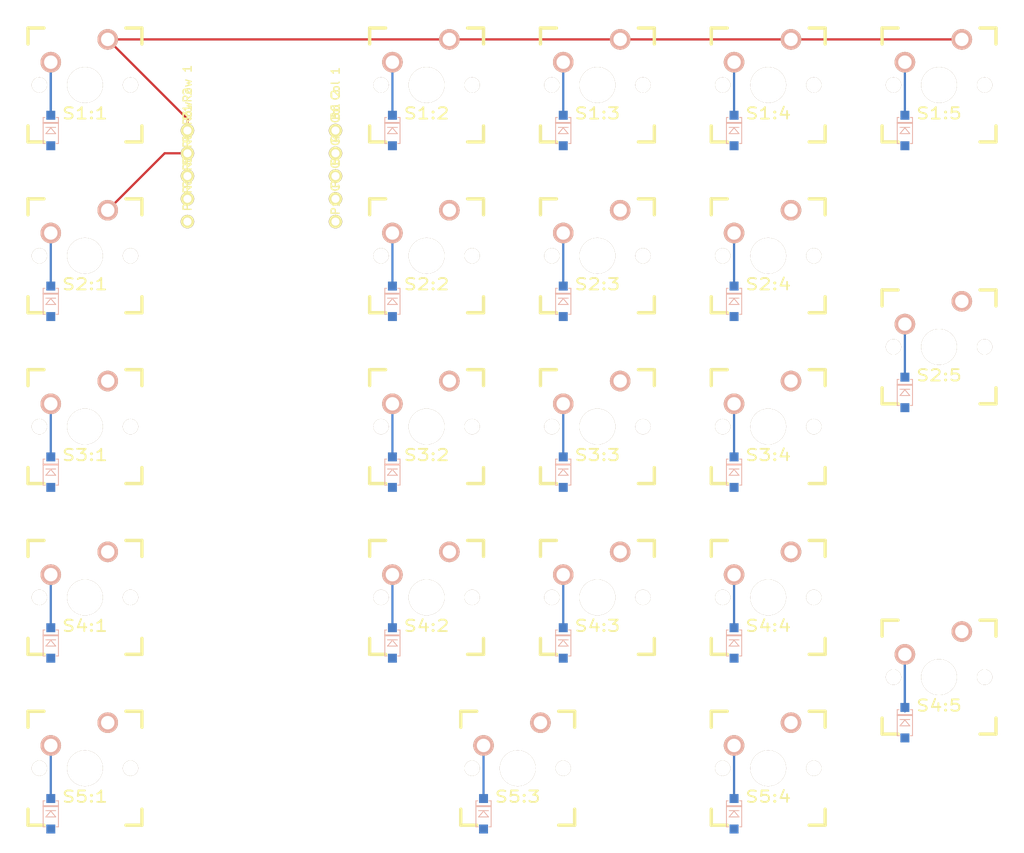
<source format=kicad_pcb>
(kicad_pcb (version 4) (host pcbnew 4.0.4-stable)

  (general
    (links 66)
    (no_connects 38)
    (area 0 0 0 0)
    (thickness 1.6)
    (drawings 0)
    (tracks 33)
    (zones 0)
    (modules 54)
    (nets 33)
  )

  (page A4)
  (layers
    (0 F.Cu signal)
    (31 B.Cu signal)
    (32 B.Adhes user)
    (33 F.Adhes user)
    (34 B.Paste user)
    (35 F.Paste user)
    (36 B.SilkS user)
    (37 F.SilkS user)
    (38 B.Mask user)
    (39 F.Mask user)
    (40 Dwgs.User user)
    (41 Cmts.User user)
    (42 Eco1.User user)
    (43 Eco2.User user)
    (44 Edge.Cuts user)
    (45 Margin user)
    (46 B.CrtYd user)
    (47 F.CrtYd user)
    (48 B.Fab user)
    (49 F.Fab user)
  )

  (setup
    (last_trace_width 0.25)
    (trace_clearance 0.2)
    (zone_clearance 0.508)
    (zone_45_only no)
    (trace_min 0.2)
    (segment_width 0.2)
    (edge_width 0.15)
    (via_size 0.6)
    (via_drill 0.4)
    (via_min_size 0.4)
    (via_min_drill 0.3)
    (uvia_size 0.3)
    (uvia_drill 0.1)
    (uvias_allowed no)
    (uvia_min_size 0.2)
    (uvia_min_drill 0.1)
    (pcb_text_width 0.3)
    (pcb_text_size 1.5 1.5)
    (mod_edge_width 0.15)
    (mod_text_size 1 1)
    (mod_text_width 0.15)
    (pad_size 1.524 1.524)
    (pad_drill 0.762)
    (pad_to_mask_clearance 0.2)
    (aux_axis_origin 0 0)
    (visible_elements FFFFFF7F)
    (pcbplotparams
      (layerselection 0x00030_80000001)
      (usegerberextensions false)
      (excludeedgelayer true)
      (linewidth 0.100000)
      (plotframeref false)
      (viasonmask false)
      (mode 1)
      (useauxorigin false)
      (hpglpennumber 1)
      (hpglpenspeed 20)
      (hpglpendiameter 15)
      (hpglpenoverlay 2)
      (psnegative false)
      (psa4output false)
      (plotreference true)
      (plotvalue true)
      (plotinvisibletext false)
      (padsonsilk false)
      (subtractmaskfromsilk false)
      (outputformat 1)
      (mirror false)
      (drillshape 1)
      (scaleselection 1)
      (outputdirectory ""))
  )

  (net 0 "")
  (net 1 "Net-(D1:1-PadA)")
  (net 2 "Net-(D1:1-PadC)")
  (net 3 "Net-(D1:2-PadA)")
  (net 4 "Net-(D1:2-PadC)")
  (net 5 "Net-(D1:3-PadA)")
  (net 6 "Net-(D1:3-PadC)")
  (net 7 "Net-(D1:4-PadA)")
  (net 8 "Net-(D1:4-PadC)")
  (net 9 "Net-(D1:5-PadA)")
  (net 10 "Net-(D1:5-PadC)")
  (net 11 "Net-(D2:1-PadC)")
  (net 12 "Net-(D2:2-PadC)")
  (net 13 "Net-(D2:3-PadC)")
  (net 14 "Net-(D2:4-PadC)")
  (net 15 "Net-(D2:5-PadC)")
  (net 16 "Net-(D3:1-PadC)")
  (net 17 "Net-(D3:2-PadC)")
  (net 18 "Net-(D3:3-PadC)")
  (net 19 "Net-(D3:4-PadC)")
  (net 20 "Net-(D4:1-PadC)")
  (net 21 "Net-(D4:2-PadC)")
  (net 22 "Net-(D4:3-PadC)")
  (net 23 "Net-(D4:4-PadC)")
  (net 24 "Net-(D4:5-PadC)")
  (net 25 "Net-(D5:1-PadC)")
  (net 26 "Net-(D5:3-PadC)")
  (net 27 "Net-(D5:4-PadC)")
  (net 28 "Net-(P1-Pad1)")
  (net 29 "Net-(P2-Pad1)")
  (net 30 "Net-(P3-Pad1)")
  (net 31 "Net-(P4-Pad1)")
  (net 32 "Net-(P5-Pad1)")

  (net_class Default "This is the default net class."
    (clearance 0.2)
    (trace_width 0.25)
    (via_dia 0.6)
    (via_drill 0.4)
    (uvia_dia 0.3)
    (uvia_drill 0.1)
    (add_net "Net-(D1:1-PadA)")
    (add_net "Net-(D1:1-PadC)")
    (add_net "Net-(D1:2-PadA)")
    (add_net "Net-(D1:2-PadC)")
    (add_net "Net-(D1:3-PadA)")
    (add_net "Net-(D1:3-PadC)")
    (add_net "Net-(D1:4-PadA)")
    (add_net "Net-(D1:4-PadC)")
    (add_net "Net-(D1:5-PadA)")
    (add_net "Net-(D1:5-PadC)")
    (add_net "Net-(D2:1-PadC)")
    (add_net "Net-(D2:2-PadC)")
    (add_net "Net-(D2:3-PadC)")
    (add_net "Net-(D2:4-PadC)")
    (add_net "Net-(D2:5-PadC)")
    (add_net "Net-(D3:1-PadC)")
    (add_net "Net-(D3:2-PadC)")
    (add_net "Net-(D3:3-PadC)")
    (add_net "Net-(D3:4-PadC)")
    (add_net "Net-(D4:1-PadC)")
    (add_net "Net-(D4:2-PadC)")
    (add_net "Net-(D4:3-PadC)")
    (add_net "Net-(D4:4-PadC)")
    (add_net "Net-(D4:5-PadC)")
    (add_net "Net-(D5:1-PadC)")
    (add_net "Net-(D5:3-PadC)")
    (add_net "Net-(D5:4-PadC)")
    (add_net "Net-(P1-Pad1)")
    (add_net "Net-(P2-Pad1)")
    (add_net "Net-(P3-Pad1)")
    (add_net "Net-(P4-Pad1)")
    (add_net "Net-(P5-Pad1)")
  )

  (module "SM0805:SOD-123(A-C)" (layer B.Cu) (tedit 52950B9F) (tstamp 57E6C2A7)
    (at 76.2 60.96 90)
    (path /57E6BB24)
    (attr smd)
    (fp_text reference D1:1 (at 0 -1.45 90) (layer B.SilkS) hide
      (effects (font (size 0.635 0.635) (thickness 0.127)) (justify mirror))
    )
    (fp_text value DIODE (at 0 1.3 90) (layer B.SilkS) hide
      (effects (font (size 0.5 0.5) (thickness 0.1)) (justify mirror))
    )
    (fp_line (start 0.9 0.85) (end 0.9 -0.85) (layer B.SilkS) (width 0.1))
    (fp_line (start 0.9 -0.85) (end 0.8 -0.85) (layer B.SilkS) (width 0.1))
    (fp_line (start 0.8 -0.85) (end 0.8 0.85) (layer B.SilkS) (width 0.1))
    (fp_line (start -1.45 -0.6) (end -1.45 -0.85) (layer B.SilkS) (width 0.1))
    (fp_line (start -1.45 -0.85) (end 1.45 -0.85) (layer B.SilkS) (width 0.1))
    (fp_line (start 1.45 -0.85) (end 1.45 -0.65) (layer B.SilkS) (width 0.1))
    (fp_line (start 1.45 0.85) (end -1.45 0.85) (layer B.SilkS) (width 0.1))
    (fp_line (start -1.45 0.85) (end -1.45 0.6) (layer B.SilkS) (width 0.1))
    (fp_line (start 1.45 0.6) (end 1.45 0.85) (layer B.SilkS) (width 0.1))
    (fp_line (start 0.35 0.55) (end 0.35 -0.55) (layer B.SilkS) (width 0.1))
    (fp_line (start -0.35 0.55) (end -0.35 -0.55) (layer B.SilkS) (width 0.1))
    (fp_line (start -0.35 -0.55) (end 0.3 0) (layer B.SilkS) (width 0.1))
    (fp_line (start 0.3 0) (end -0.35 0.55) (layer B.SilkS) (width 0.1))
    (pad A smd rect (at -1.7 0 90) (size 1 1) (layers B.Cu B.Paste B.Mask)
      (net 1 "Net-(D1:1-PadA)"))
    (pad C smd rect (at 1.7 0 90) (size 1 1) (layers B.Cu B.Paste B.Mask)
      (net 2 "Net-(D1:1-PadC)"))
    (model smd/chip_cms.wrl
      (at (xyz 0 0 0))
      (scale (xyz 0.1 0.1 0.1))
      (rotate (xyz 0 0 0))
    )
  )

  (module "SM0805:SOD-123(A-C)" (layer B.Cu) (tedit 52950B9F) (tstamp 57E6C2AD)
    (at 114.3 60.96 90)
    (path /57E6C310)
    (attr smd)
    (fp_text reference D1:2 (at 0 -1.45 90) (layer B.SilkS) hide
      (effects (font (size 0.635 0.635) (thickness 0.127)) (justify mirror))
    )
    (fp_text value DIODE (at 0 1.3 90) (layer B.SilkS) hide
      (effects (font (size 0.5 0.5) (thickness 0.1)) (justify mirror))
    )
    (fp_line (start 0.9 0.85) (end 0.9 -0.85) (layer B.SilkS) (width 0.1))
    (fp_line (start 0.9 -0.85) (end 0.8 -0.85) (layer B.SilkS) (width 0.1))
    (fp_line (start 0.8 -0.85) (end 0.8 0.85) (layer B.SilkS) (width 0.1))
    (fp_line (start -1.45 -0.6) (end -1.45 -0.85) (layer B.SilkS) (width 0.1))
    (fp_line (start -1.45 -0.85) (end 1.45 -0.85) (layer B.SilkS) (width 0.1))
    (fp_line (start 1.45 -0.85) (end 1.45 -0.65) (layer B.SilkS) (width 0.1))
    (fp_line (start 1.45 0.85) (end -1.45 0.85) (layer B.SilkS) (width 0.1))
    (fp_line (start -1.45 0.85) (end -1.45 0.6) (layer B.SilkS) (width 0.1))
    (fp_line (start 1.45 0.6) (end 1.45 0.85) (layer B.SilkS) (width 0.1))
    (fp_line (start 0.35 0.55) (end 0.35 -0.55) (layer B.SilkS) (width 0.1))
    (fp_line (start -0.35 0.55) (end -0.35 -0.55) (layer B.SilkS) (width 0.1))
    (fp_line (start -0.35 -0.55) (end 0.3 0) (layer B.SilkS) (width 0.1))
    (fp_line (start 0.3 0) (end -0.35 0.55) (layer B.SilkS) (width 0.1))
    (pad A smd rect (at -1.7 0 90) (size 1 1) (layers B.Cu B.Paste B.Mask)
      (net 3 "Net-(D1:2-PadA)"))
    (pad C smd rect (at 1.7 0 90) (size 1 1) (layers B.Cu B.Paste B.Mask)
      (net 4 "Net-(D1:2-PadC)"))
    (model smd/chip_cms.wrl
      (at (xyz 0 0 0))
      (scale (xyz 0.1 0.1 0.1))
      (rotate (xyz 0 0 0))
    )
  )

  (module "SM0805:SOD-123(A-C)" (layer B.Cu) (tedit 52950B9F) (tstamp 57E6C2B3)
    (at 133.35 60.96 90)
    (path /57E6C491)
    (attr smd)
    (fp_text reference D1:3 (at 0 -1.45 90) (layer B.SilkS) hide
      (effects (font (size 0.635 0.635) (thickness 0.127)) (justify mirror))
    )
    (fp_text value DIODE (at 0 1.3 90) (layer B.SilkS) hide
      (effects (font (size 0.5 0.5) (thickness 0.1)) (justify mirror))
    )
    (fp_line (start 0.9 0.85) (end 0.9 -0.85) (layer B.SilkS) (width 0.1))
    (fp_line (start 0.9 -0.85) (end 0.8 -0.85) (layer B.SilkS) (width 0.1))
    (fp_line (start 0.8 -0.85) (end 0.8 0.85) (layer B.SilkS) (width 0.1))
    (fp_line (start -1.45 -0.6) (end -1.45 -0.85) (layer B.SilkS) (width 0.1))
    (fp_line (start -1.45 -0.85) (end 1.45 -0.85) (layer B.SilkS) (width 0.1))
    (fp_line (start 1.45 -0.85) (end 1.45 -0.65) (layer B.SilkS) (width 0.1))
    (fp_line (start 1.45 0.85) (end -1.45 0.85) (layer B.SilkS) (width 0.1))
    (fp_line (start -1.45 0.85) (end -1.45 0.6) (layer B.SilkS) (width 0.1))
    (fp_line (start 1.45 0.6) (end 1.45 0.85) (layer B.SilkS) (width 0.1))
    (fp_line (start 0.35 0.55) (end 0.35 -0.55) (layer B.SilkS) (width 0.1))
    (fp_line (start -0.35 0.55) (end -0.35 -0.55) (layer B.SilkS) (width 0.1))
    (fp_line (start -0.35 -0.55) (end 0.3 0) (layer B.SilkS) (width 0.1))
    (fp_line (start 0.3 0) (end -0.35 0.55) (layer B.SilkS) (width 0.1))
    (pad A smd rect (at -1.7 0 90) (size 1 1) (layers B.Cu B.Paste B.Mask)
      (net 5 "Net-(D1:3-PadA)"))
    (pad C smd rect (at 1.7 0 90) (size 1 1) (layers B.Cu B.Paste B.Mask)
      (net 6 "Net-(D1:3-PadC)"))
    (model smd/chip_cms.wrl
      (at (xyz 0 0 0))
      (scale (xyz 0.1 0.1 0.1))
      (rotate (xyz 0 0 0))
    )
  )

  (module "SM0805:SOD-123(A-C)" (layer B.Cu) (tedit 52950B9F) (tstamp 57E6C2B9)
    (at 152.4 60.96 90)
    (path /57E6C676)
    (attr smd)
    (fp_text reference D1:4 (at 0 -1.45 90) (layer B.SilkS) hide
      (effects (font (size 0.635 0.635) (thickness 0.127)) (justify mirror))
    )
    (fp_text value DIODE (at 0 1.3 90) (layer B.SilkS) hide
      (effects (font (size 0.5 0.5) (thickness 0.1)) (justify mirror))
    )
    (fp_line (start 0.9 0.85) (end 0.9 -0.85) (layer B.SilkS) (width 0.1))
    (fp_line (start 0.9 -0.85) (end 0.8 -0.85) (layer B.SilkS) (width 0.1))
    (fp_line (start 0.8 -0.85) (end 0.8 0.85) (layer B.SilkS) (width 0.1))
    (fp_line (start -1.45 -0.6) (end -1.45 -0.85) (layer B.SilkS) (width 0.1))
    (fp_line (start -1.45 -0.85) (end 1.45 -0.85) (layer B.SilkS) (width 0.1))
    (fp_line (start 1.45 -0.85) (end 1.45 -0.65) (layer B.SilkS) (width 0.1))
    (fp_line (start 1.45 0.85) (end -1.45 0.85) (layer B.SilkS) (width 0.1))
    (fp_line (start -1.45 0.85) (end -1.45 0.6) (layer B.SilkS) (width 0.1))
    (fp_line (start 1.45 0.6) (end 1.45 0.85) (layer B.SilkS) (width 0.1))
    (fp_line (start 0.35 0.55) (end 0.35 -0.55) (layer B.SilkS) (width 0.1))
    (fp_line (start -0.35 0.55) (end -0.35 -0.55) (layer B.SilkS) (width 0.1))
    (fp_line (start -0.35 -0.55) (end 0.3 0) (layer B.SilkS) (width 0.1))
    (fp_line (start 0.3 0) (end -0.35 0.55) (layer B.SilkS) (width 0.1))
    (pad A smd rect (at -1.7 0 90) (size 1 1) (layers B.Cu B.Paste B.Mask)
      (net 7 "Net-(D1:4-PadA)"))
    (pad C smd rect (at 1.7 0 90) (size 1 1) (layers B.Cu B.Paste B.Mask)
      (net 8 "Net-(D1:4-PadC)"))
    (model smd/chip_cms.wrl
      (at (xyz 0 0 0))
      (scale (xyz 0.1 0.1 0.1))
      (rotate (xyz 0 0 0))
    )
  )

  (module "SM0805:SOD-123(A-C)" (layer B.Cu) (tedit 52950B9F) (tstamp 57E6C2BF)
    (at 171.45 60.96 90)
    (path /57E6C81F)
    (attr smd)
    (fp_text reference D1:5 (at 0 -1.45 90) (layer B.SilkS) hide
      (effects (font (size 0.635 0.635) (thickness 0.127)) (justify mirror))
    )
    (fp_text value DIODE (at 0 1.3 90) (layer B.SilkS) hide
      (effects (font (size 0.5 0.5) (thickness 0.1)) (justify mirror))
    )
    (fp_line (start 0.9 0.85) (end 0.9 -0.85) (layer B.SilkS) (width 0.1))
    (fp_line (start 0.9 -0.85) (end 0.8 -0.85) (layer B.SilkS) (width 0.1))
    (fp_line (start 0.8 -0.85) (end 0.8 0.85) (layer B.SilkS) (width 0.1))
    (fp_line (start -1.45 -0.6) (end -1.45 -0.85) (layer B.SilkS) (width 0.1))
    (fp_line (start -1.45 -0.85) (end 1.45 -0.85) (layer B.SilkS) (width 0.1))
    (fp_line (start 1.45 -0.85) (end 1.45 -0.65) (layer B.SilkS) (width 0.1))
    (fp_line (start 1.45 0.85) (end -1.45 0.85) (layer B.SilkS) (width 0.1))
    (fp_line (start -1.45 0.85) (end -1.45 0.6) (layer B.SilkS) (width 0.1))
    (fp_line (start 1.45 0.6) (end 1.45 0.85) (layer B.SilkS) (width 0.1))
    (fp_line (start 0.35 0.55) (end 0.35 -0.55) (layer B.SilkS) (width 0.1))
    (fp_line (start -0.35 0.55) (end -0.35 -0.55) (layer B.SilkS) (width 0.1))
    (fp_line (start -0.35 -0.55) (end 0.3 0) (layer B.SilkS) (width 0.1))
    (fp_line (start 0.3 0) (end -0.35 0.55) (layer B.SilkS) (width 0.1))
    (pad A smd rect (at -1.7 0 90) (size 1 1) (layers B.Cu B.Paste B.Mask)
      (net 9 "Net-(D1:5-PadA)"))
    (pad C smd rect (at 1.7 0 90) (size 1 1) (layers B.Cu B.Paste B.Mask)
      (net 10 "Net-(D1:5-PadC)"))
    (model smd/chip_cms.wrl
      (at (xyz 0 0 0))
      (scale (xyz 0.1 0.1 0.1))
      (rotate (xyz 0 0 0))
    )
  )

  (module "SM0805:SOD-123(A-C)" (layer B.Cu) (tedit 52950B9F) (tstamp 57E6C2C5)
    (at 76.2 80.01 90)
    (path /57E6BB72)
    (attr smd)
    (fp_text reference D2:1 (at 0 -1.45 90) (layer B.SilkS) hide
      (effects (font (size 0.635 0.635) (thickness 0.127)) (justify mirror))
    )
    (fp_text value DIODE (at 0 1.3 90) (layer B.SilkS) hide
      (effects (font (size 0.5 0.5) (thickness 0.1)) (justify mirror))
    )
    (fp_line (start 0.9 0.85) (end 0.9 -0.85) (layer B.SilkS) (width 0.1))
    (fp_line (start 0.9 -0.85) (end 0.8 -0.85) (layer B.SilkS) (width 0.1))
    (fp_line (start 0.8 -0.85) (end 0.8 0.85) (layer B.SilkS) (width 0.1))
    (fp_line (start -1.45 -0.6) (end -1.45 -0.85) (layer B.SilkS) (width 0.1))
    (fp_line (start -1.45 -0.85) (end 1.45 -0.85) (layer B.SilkS) (width 0.1))
    (fp_line (start 1.45 -0.85) (end 1.45 -0.65) (layer B.SilkS) (width 0.1))
    (fp_line (start 1.45 0.85) (end -1.45 0.85) (layer B.SilkS) (width 0.1))
    (fp_line (start -1.45 0.85) (end -1.45 0.6) (layer B.SilkS) (width 0.1))
    (fp_line (start 1.45 0.6) (end 1.45 0.85) (layer B.SilkS) (width 0.1))
    (fp_line (start 0.35 0.55) (end 0.35 -0.55) (layer B.SilkS) (width 0.1))
    (fp_line (start -0.35 0.55) (end -0.35 -0.55) (layer B.SilkS) (width 0.1))
    (fp_line (start -0.35 -0.55) (end 0.3 0) (layer B.SilkS) (width 0.1))
    (fp_line (start 0.3 0) (end -0.35 0.55) (layer B.SilkS) (width 0.1))
    (pad A smd rect (at -1.7 0 90) (size 1 1) (layers B.Cu B.Paste B.Mask)
      (net 1 "Net-(D1:1-PadA)"))
    (pad C smd rect (at 1.7 0 90) (size 1 1) (layers B.Cu B.Paste B.Mask)
      (net 11 "Net-(D2:1-PadC)"))
    (model smd/chip_cms.wrl
      (at (xyz 0 0 0))
      (scale (xyz 0.1 0.1 0.1))
      (rotate (xyz 0 0 0))
    )
  )

  (module "SM0805:SOD-123(A-C)" (layer B.Cu) (tedit 52950B9F) (tstamp 57E6C2CB)
    (at 114.3 80.01 90)
    (path /57E6C316)
    (attr smd)
    (fp_text reference D2:2 (at 0 -1.45 90) (layer B.SilkS) hide
      (effects (font (size 0.635 0.635) (thickness 0.127)) (justify mirror))
    )
    (fp_text value DIODE (at 0 1.3 90) (layer B.SilkS) hide
      (effects (font (size 0.5 0.5) (thickness 0.1)) (justify mirror))
    )
    (fp_line (start 0.9 0.85) (end 0.9 -0.85) (layer B.SilkS) (width 0.1))
    (fp_line (start 0.9 -0.85) (end 0.8 -0.85) (layer B.SilkS) (width 0.1))
    (fp_line (start 0.8 -0.85) (end 0.8 0.85) (layer B.SilkS) (width 0.1))
    (fp_line (start -1.45 -0.6) (end -1.45 -0.85) (layer B.SilkS) (width 0.1))
    (fp_line (start -1.45 -0.85) (end 1.45 -0.85) (layer B.SilkS) (width 0.1))
    (fp_line (start 1.45 -0.85) (end 1.45 -0.65) (layer B.SilkS) (width 0.1))
    (fp_line (start 1.45 0.85) (end -1.45 0.85) (layer B.SilkS) (width 0.1))
    (fp_line (start -1.45 0.85) (end -1.45 0.6) (layer B.SilkS) (width 0.1))
    (fp_line (start 1.45 0.6) (end 1.45 0.85) (layer B.SilkS) (width 0.1))
    (fp_line (start 0.35 0.55) (end 0.35 -0.55) (layer B.SilkS) (width 0.1))
    (fp_line (start -0.35 0.55) (end -0.35 -0.55) (layer B.SilkS) (width 0.1))
    (fp_line (start -0.35 -0.55) (end 0.3 0) (layer B.SilkS) (width 0.1))
    (fp_line (start 0.3 0) (end -0.35 0.55) (layer B.SilkS) (width 0.1))
    (pad A smd rect (at -1.7 0 90) (size 1 1) (layers B.Cu B.Paste B.Mask)
      (net 3 "Net-(D1:2-PadA)"))
    (pad C smd rect (at 1.7 0 90) (size 1 1) (layers B.Cu B.Paste B.Mask)
      (net 12 "Net-(D2:2-PadC)"))
    (model smd/chip_cms.wrl
      (at (xyz 0 0 0))
      (scale (xyz 0.1 0.1 0.1))
      (rotate (xyz 0 0 0))
    )
  )

  (module "SM0805:SOD-123(A-C)" (layer B.Cu) (tedit 52950B9F) (tstamp 57E6C2D1)
    (at 133.35 80.01 90)
    (path /57E6C497)
    (attr smd)
    (fp_text reference D2:3 (at 0 -1.45 90) (layer B.SilkS) hide
      (effects (font (size 0.635 0.635) (thickness 0.127)) (justify mirror))
    )
    (fp_text value DIODE (at 0 1.3 90) (layer B.SilkS) hide
      (effects (font (size 0.5 0.5) (thickness 0.1)) (justify mirror))
    )
    (fp_line (start 0.9 0.85) (end 0.9 -0.85) (layer B.SilkS) (width 0.1))
    (fp_line (start 0.9 -0.85) (end 0.8 -0.85) (layer B.SilkS) (width 0.1))
    (fp_line (start 0.8 -0.85) (end 0.8 0.85) (layer B.SilkS) (width 0.1))
    (fp_line (start -1.45 -0.6) (end -1.45 -0.85) (layer B.SilkS) (width 0.1))
    (fp_line (start -1.45 -0.85) (end 1.45 -0.85) (layer B.SilkS) (width 0.1))
    (fp_line (start 1.45 -0.85) (end 1.45 -0.65) (layer B.SilkS) (width 0.1))
    (fp_line (start 1.45 0.85) (end -1.45 0.85) (layer B.SilkS) (width 0.1))
    (fp_line (start -1.45 0.85) (end -1.45 0.6) (layer B.SilkS) (width 0.1))
    (fp_line (start 1.45 0.6) (end 1.45 0.85) (layer B.SilkS) (width 0.1))
    (fp_line (start 0.35 0.55) (end 0.35 -0.55) (layer B.SilkS) (width 0.1))
    (fp_line (start -0.35 0.55) (end -0.35 -0.55) (layer B.SilkS) (width 0.1))
    (fp_line (start -0.35 -0.55) (end 0.3 0) (layer B.SilkS) (width 0.1))
    (fp_line (start 0.3 0) (end -0.35 0.55) (layer B.SilkS) (width 0.1))
    (pad A smd rect (at -1.7 0 90) (size 1 1) (layers B.Cu B.Paste B.Mask)
      (net 5 "Net-(D1:3-PadA)"))
    (pad C smd rect (at 1.7 0 90) (size 1 1) (layers B.Cu B.Paste B.Mask)
      (net 13 "Net-(D2:3-PadC)"))
    (model smd/chip_cms.wrl
      (at (xyz 0 0 0))
      (scale (xyz 0.1 0.1 0.1))
      (rotate (xyz 0 0 0))
    )
  )

  (module "SM0805:SOD-123(A-C)" (layer B.Cu) (tedit 52950B9F) (tstamp 57E6C2D7)
    (at 152.4 80.01 90)
    (path /57E6C67C)
    (attr smd)
    (fp_text reference D2:4 (at 0 -1.45 90) (layer B.SilkS) hide
      (effects (font (size 0.635 0.635) (thickness 0.127)) (justify mirror))
    )
    (fp_text value DIODE (at 0 1.3 90) (layer B.SilkS) hide
      (effects (font (size 0.5 0.5) (thickness 0.1)) (justify mirror))
    )
    (fp_line (start 0.9 0.85) (end 0.9 -0.85) (layer B.SilkS) (width 0.1))
    (fp_line (start 0.9 -0.85) (end 0.8 -0.85) (layer B.SilkS) (width 0.1))
    (fp_line (start 0.8 -0.85) (end 0.8 0.85) (layer B.SilkS) (width 0.1))
    (fp_line (start -1.45 -0.6) (end -1.45 -0.85) (layer B.SilkS) (width 0.1))
    (fp_line (start -1.45 -0.85) (end 1.45 -0.85) (layer B.SilkS) (width 0.1))
    (fp_line (start 1.45 -0.85) (end 1.45 -0.65) (layer B.SilkS) (width 0.1))
    (fp_line (start 1.45 0.85) (end -1.45 0.85) (layer B.SilkS) (width 0.1))
    (fp_line (start -1.45 0.85) (end -1.45 0.6) (layer B.SilkS) (width 0.1))
    (fp_line (start 1.45 0.6) (end 1.45 0.85) (layer B.SilkS) (width 0.1))
    (fp_line (start 0.35 0.55) (end 0.35 -0.55) (layer B.SilkS) (width 0.1))
    (fp_line (start -0.35 0.55) (end -0.35 -0.55) (layer B.SilkS) (width 0.1))
    (fp_line (start -0.35 -0.55) (end 0.3 0) (layer B.SilkS) (width 0.1))
    (fp_line (start 0.3 0) (end -0.35 0.55) (layer B.SilkS) (width 0.1))
    (pad A smd rect (at -1.7 0 90) (size 1 1) (layers B.Cu B.Paste B.Mask)
      (net 7 "Net-(D1:4-PadA)"))
    (pad C smd rect (at 1.7 0 90) (size 1 1) (layers B.Cu B.Paste B.Mask)
      (net 14 "Net-(D2:4-PadC)"))
    (model smd/chip_cms.wrl
      (at (xyz 0 0 0))
      (scale (xyz 0.1 0.1 0.1))
      (rotate (xyz 0 0 0))
    )
  )

  (module "SM0805:SOD-123(A-C)" (layer B.Cu) (tedit 52950B9F) (tstamp 57E6C2DD)
    (at 171.45 90.17 90)
    (path /57E6C825)
    (attr smd)
    (fp_text reference D2:5 (at 0 -1.45 90) (layer B.SilkS) hide
      (effects (font (size 0.635 0.635) (thickness 0.127)) (justify mirror))
    )
    (fp_text value DIODE (at 0 1.3 90) (layer B.SilkS) hide
      (effects (font (size 0.5 0.5) (thickness 0.1)) (justify mirror))
    )
    (fp_line (start 0.9 0.85) (end 0.9 -0.85) (layer B.SilkS) (width 0.1))
    (fp_line (start 0.9 -0.85) (end 0.8 -0.85) (layer B.SilkS) (width 0.1))
    (fp_line (start 0.8 -0.85) (end 0.8 0.85) (layer B.SilkS) (width 0.1))
    (fp_line (start -1.45 -0.6) (end -1.45 -0.85) (layer B.SilkS) (width 0.1))
    (fp_line (start -1.45 -0.85) (end 1.45 -0.85) (layer B.SilkS) (width 0.1))
    (fp_line (start 1.45 -0.85) (end 1.45 -0.65) (layer B.SilkS) (width 0.1))
    (fp_line (start 1.45 0.85) (end -1.45 0.85) (layer B.SilkS) (width 0.1))
    (fp_line (start -1.45 0.85) (end -1.45 0.6) (layer B.SilkS) (width 0.1))
    (fp_line (start 1.45 0.6) (end 1.45 0.85) (layer B.SilkS) (width 0.1))
    (fp_line (start 0.35 0.55) (end 0.35 -0.55) (layer B.SilkS) (width 0.1))
    (fp_line (start -0.35 0.55) (end -0.35 -0.55) (layer B.SilkS) (width 0.1))
    (fp_line (start -0.35 -0.55) (end 0.3 0) (layer B.SilkS) (width 0.1))
    (fp_line (start 0.3 0) (end -0.35 0.55) (layer B.SilkS) (width 0.1))
    (pad A smd rect (at -1.7 0 90) (size 1 1) (layers B.Cu B.Paste B.Mask)
      (net 9 "Net-(D1:5-PadA)"))
    (pad C smd rect (at 1.7 0 90) (size 1 1) (layers B.Cu B.Paste B.Mask)
      (net 15 "Net-(D2:5-PadC)"))
    (model smd/chip_cms.wrl
      (at (xyz 0 0 0))
      (scale (xyz 0.1 0.1 0.1))
      (rotate (xyz 0 0 0))
    )
  )

  (module "SM0805:SOD-123(A-C)" (layer B.Cu) (tedit 52950B9F) (tstamp 57E6C2E3)
    (at 76.2 99.06 90)
    (path /57E6BCDA)
    (attr smd)
    (fp_text reference D3:1 (at 0 -1.45 90) (layer B.SilkS) hide
      (effects (font (size 0.635 0.635) (thickness 0.127)) (justify mirror))
    )
    (fp_text value DIODE (at 0 1.3 90) (layer B.SilkS) hide
      (effects (font (size 0.5 0.5) (thickness 0.1)) (justify mirror))
    )
    (fp_line (start 0.9 0.85) (end 0.9 -0.85) (layer B.SilkS) (width 0.1))
    (fp_line (start 0.9 -0.85) (end 0.8 -0.85) (layer B.SilkS) (width 0.1))
    (fp_line (start 0.8 -0.85) (end 0.8 0.85) (layer B.SilkS) (width 0.1))
    (fp_line (start -1.45 -0.6) (end -1.45 -0.85) (layer B.SilkS) (width 0.1))
    (fp_line (start -1.45 -0.85) (end 1.45 -0.85) (layer B.SilkS) (width 0.1))
    (fp_line (start 1.45 -0.85) (end 1.45 -0.65) (layer B.SilkS) (width 0.1))
    (fp_line (start 1.45 0.85) (end -1.45 0.85) (layer B.SilkS) (width 0.1))
    (fp_line (start -1.45 0.85) (end -1.45 0.6) (layer B.SilkS) (width 0.1))
    (fp_line (start 1.45 0.6) (end 1.45 0.85) (layer B.SilkS) (width 0.1))
    (fp_line (start 0.35 0.55) (end 0.35 -0.55) (layer B.SilkS) (width 0.1))
    (fp_line (start -0.35 0.55) (end -0.35 -0.55) (layer B.SilkS) (width 0.1))
    (fp_line (start -0.35 -0.55) (end 0.3 0) (layer B.SilkS) (width 0.1))
    (fp_line (start 0.3 0) (end -0.35 0.55) (layer B.SilkS) (width 0.1))
    (pad A smd rect (at -1.7 0 90) (size 1 1) (layers B.Cu B.Paste B.Mask)
      (net 1 "Net-(D1:1-PadA)"))
    (pad C smd rect (at 1.7 0 90) (size 1 1) (layers B.Cu B.Paste B.Mask)
      (net 16 "Net-(D3:1-PadC)"))
    (model smd/chip_cms.wrl
      (at (xyz 0 0 0))
      (scale (xyz 0.1 0.1 0.1))
      (rotate (xyz 0 0 0))
    )
  )

  (module "SM0805:SOD-123(A-C)" (layer B.Cu) (tedit 52950B9F) (tstamp 57E6C2E9)
    (at 114.3 99.06 90)
    (path /57E6C322)
    (attr smd)
    (fp_text reference D3:2 (at 0 -1.45 90) (layer B.SilkS) hide
      (effects (font (size 0.635 0.635) (thickness 0.127)) (justify mirror))
    )
    (fp_text value DIODE (at 0 1.3 90) (layer B.SilkS) hide
      (effects (font (size 0.5 0.5) (thickness 0.1)) (justify mirror))
    )
    (fp_line (start 0.9 0.85) (end 0.9 -0.85) (layer B.SilkS) (width 0.1))
    (fp_line (start 0.9 -0.85) (end 0.8 -0.85) (layer B.SilkS) (width 0.1))
    (fp_line (start 0.8 -0.85) (end 0.8 0.85) (layer B.SilkS) (width 0.1))
    (fp_line (start -1.45 -0.6) (end -1.45 -0.85) (layer B.SilkS) (width 0.1))
    (fp_line (start -1.45 -0.85) (end 1.45 -0.85) (layer B.SilkS) (width 0.1))
    (fp_line (start 1.45 -0.85) (end 1.45 -0.65) (layer B.SilkS) (width 0.1))
    (fp_line (start 1.45 0.85) (end -1.45 0.85) (layer B.SilkS) (width 0.1))
    (fp_line (start -1.45 0.85) (end -1.45 0.6) (layer B.SilkS) (width 0.1))
    (fp_line (start 1.45 0.6) (end 1.45 0.85) (layer B.SilkS) (width 0.1))
    (fp_line (start 0.35 0.55) (end 0.35 -0.55) (layer B.SilkS) (width 0.1))
    (fp_line (start -0.35 0.55) (end -0.35 -0.55) (layer B.SilkS) (width 0.1))
    (fp_line (start -0.35 -0.55) (end 0.3 0) (layer B.SilkS) (width 0.1))
    (fp_line (start 0.3 0) (end -0.35 0.55) (layer B.SilkS) (width 0.1))
    (pad A smd rect (at -1.7 0 90) (size 1 1) (layers B.Cu B.Paste B.Mask)
      (net 3 "Net-(D1:2-PadA)"))
    (pad C smd rect (at 1.7 0 90) (size 1 1) (layers B.Cu B.Paste B.Mask)
      (net 17 "Net-(D3:2-PadC)"))
    (model smd/chip_cms.wrl
      (at (xyz 0 0 0))
      (scale (xyz 0.1 0.1 0.1))
      (rotate (xyz 0 0 0))
    )
  )

  (module "SM0805:SOD-123(A-C)" (layer B.Cu) (tedit 52950B9F) (tstamp 57E6C2EF)
    (at 133.35 99.06 90)
    (path /57E6C4A3)
    (attr smd)
    (fp_text reference D3:3 (at 0 -1.45 90) (layer B.SilkS) hide
      (effects (font (size 0.635 0.635) (thickness 0.127)) (justify mirror))
    )
    (fp_text value DIODE (at 0 1.3 90) (layer B.SilkS) hide
      (effects (font (size 0.5 0.5) (thickness 0.1)) (justify mirror))
    )
    (fp_line (start 0.9 0.85) (end 0.9 -0.85) (layer B.SilkS) (width 0.1))
    (fp_line (start 0.9 -0.85) (end 0.8 -0.85) (layer B.SilkS) (width 0.1))
    (fp_line (start 0.8 -0.85) (end 0.8 0.85) (layer B.SilkS) (width 0.1))
    (fp_line (start -1.45 -0.6) (end -1.45 -0.85) (layer B.SilkS) (width 0.1))
    (fp_line (start -1.45 -0.85) (end 1.45 -0.85) (layer B.SilkS) (width 0.1))
    (fp_line (start 1.45 -0.85) (end 1.45 -0.65) (layer B.SilkS) (width 0.1))
    (fp_line (start 1.45 0.85) (end -1.45 0.85) (layer B.SilkS) (width 0.1))
    (fp_line (start -1.45 0.85) (end -1.45 0.6) (layer B.SilkS) (width 0.1))
    (fp_line (start 1.45 0.6) (end 1.45 0.85) (layer B.SilkS) (width 0.1))
    (fp_line (start 0.35 0.55) (end 0.35 -0.55) (layer B.SilkS) (width 0.1))
    (fp_line (start -0.35 0.55) (end -0.35 -0.55) (layer B.SilkS) (width 0.1))
    (fp_line (start -0.35 -0.55) (end 0.3 0) (layer B.SilkS) (width 0.1))
    (fp_line (start 0.3 0) (end -0.35 0.55) (layer B.SilkS) (width 0.1))
    (pad A smd rect (at -1.7 0 90) (size 1 1) (layers B.Cu B.Paste B.Mask)
      (net 5 "Net-(D1:3-PadA)"))
    (pad C smd rect (at 1.7 0 90) (size 1 1) (layers B.Cu B.Paste B.Mask)
      (net 18 "Net-(D3:3-PadC)"))
    (model smd/chip_cms.wrl
      (at (xyz 0 0 0))
      (scale (xyz 0.1 0.1 0.1))
      (rotate (xyz 0 0 0))
    )
  )

  (module "SM0805:SOD-123(A-C)" (layer B.Cu) (tedit 52950B9F) (tstamp 57E6C2F5)
    (at 152.4 99.06 90)
    (path /57E6C688)
    (attr smd)
    (fp_text reference D3:4 (at 0 -1.45 90) (layer B.SilkS) hide
      (effects (font (size 0.635 0.635) (thickness 0.127)) (justify mirror))
    )
    (fp_text value DIODE (at 0 1.3 90) (layer B.SilkS) hide
      (effects (font (size 0.5 0.5) (thickness 0.1)) (justify mirror))
    )
    (fp_line (start 0.9 0.85) (end 0.9 -0.85) (layer B.SilkS) (width 0.1))
    (fp_line (start 0.9 -0.85) (end 0.8 -0.85) (layer B.SilkS) (width 0.1))
    (fp_line (start 0.8 -0.85) (end 0.8 0.85) (layer B.SilkS) (width 0.1))
    (fp_line (start -1.45 -0.6) (end -1.45 -0.85) (layer B.SilkS) (width 0.1))
    (fp_line (start -1.45 -0.85) (end 1.45 -0.85) (layer B.SilkS) (width 0.1))
    (fp_line (start 1.45 -0.85) (end 1.45 -0.65) (layer B.SilkS) (width 0.1))
    (fp_line (start 1.45 0.85) (end -1.45 0.85) (layer B.SilkS) (width 0.1))
    (fp_line (start -1.45 0.85) (end -1.45 0.6) (layer B.SilkS) (width 0.1))
    (fp_line (start 1.45 0.6) (end 1.45 0.85) (layer B.SilkS) (width 0.1))
    (fp_line (start 0.35 0.55) (end 0.35 -0.55) (layer B.SilkS) (width 0.1))
    (fp_line (start -0.35 0.55) (end -0.35 -0.55) (layer B.SilkS) (width 0.1))
    (fp_line (start -0.35 -0.55) (end 0.3 0) (layer B.SilkS) (width 0.1))
    (fp_line (start 0.3 0) (end -0.35 0.55) (layer B.SilkS) (width 0.1))
    (pad A smd rect (at -1.7 0 90) (size 1 1) (layers B.Cu B.Paste B.Mask)
      (net 7 "Net-(D1:4-PadA)"))
    (pad C smd rect (at 1.7 0 90) (size 1 1) (layers B.Cu B.Paste B.Mask)
      (net 19 "Net-(D3:4-PadC)"))
    (model smd/chip_cms.wrl
      (at (xyz 0 0 0))
      (scale (xyz 0.1 0.1 0.1))
      (rotate (xyz 0 0 0))
    )
  )

  (module "SM0805:SOD-123(A-C)" (layer B.Cu) (tedit 52950B9F) (tstamp 57E6C2FB)
    (at 76.2 118.11 90)
    (path /57E6BF1C)
    (attr smd)
    (fp_text reference D4:1 (at 0 -1.45 90) (layer B.SilkS) hide
      (effects (font (size 0.635 0.635) (thickness 0.127)) (justify mirror))
    )
    (fp_text value DIODE (at 0 1.3 90) (layer B.SilkS) hide
      (effects (font (size 0.5 0.5) (thickness 0.1)) (justify mirror))
    )
    (fp_line (start 0.9 0.85) (end 0.9 -0.85) (layer B.SilkS) (width 0.1))
    (fp_line (start 0.9 -0.85) (end 0.8 -0.85) (layer B.SilkS) (width 0.1))
    (fp_line (start 0.8 -0.85) (end 0.8 0.85) (layer B.SilkS) (width 0.1))
    (fp_line (start -1.45 -0.6) (end -1.45 -0.85) (layer B.SilkS) (width 0.1))
    (fp_line (start -1.45 -0.85) (end 1.45 -0.85) (layer B.SilkS) (width 0.1))
    (fp_line (start 1.45 -0.85) (end 1.45 -0.65) (layer B.SilkS) (width 0.1))
    (fp_line (start 1.45 0.85) (end -1.45 0.85) (layer B.SilkS) (width 0.1))
    (fp_line (start -1.45 0.85) (end -1.45 0.6) (layer B.SilkS) (width 0.1))
    (fp_line (start 1.45 0.6) (end 1.45 0.85) (layer B.SilkS) (width 0.1))
    (fp_line (start 0.35 0.55) (end 0.35 -0.55) (layer B.SilkS) (width 0.1))
    (fp_line (start -0.35 0.55) (end -0.35 -0.55) (layer B.SilkS) (width 0.1))
    (fp_line (start -0.35 -0.55) (end 0.3 0) (layer B.SilkS) (width 0.1))
    (fp_line (start 0.3 0) (end -0.35 0.55) (layer B.SilkS) (width 0.1))
    (pad A smd rect (at -1.7 0 90) (size 1 1) (layers B.Cu B.Paste B.Mask)
      (net 1 "Net-(D1:1-PadA)"))
    (pad C smd rect (at 1.7 0 90) (size 1 1) (layers B.Cu B.Paste B.Mask)
      (net 20 "Net-(D4:1-PadC)"))
    (model smd/chip_cms.wrl
      (at (xyz 0 0 0))
      (scale (xyz 0.1 0.1 0.1))
      (rotate (xyz 0 0 0))
    )
  )

  (module "SM0805:SOD-123(A-C)" (layer B.Cu) (tedit 52950B9F) (tstamp 57E6C301)
    (at 114.3 118.11 90)
    (path /57E6C337)
    (attr smd)
    (fp_text reference D4:2 (at 0 -1.45 90) (layer B.SilkS) hide
      (effects (font (size 0.635 0.635) (thickness 0.127)) (justify mirror))
    )
    (fp_text value DIODE (at 0 1.3 90) (layer B.SilkS) hide
      (effects (font (size 0.5 0.5) (thickness 0.1)) (justify mirror))
    )
    (fp_line (start 0.9 0.85) (end 0.9 -0.85) (layer B.SilkS) (width 0.1))
    (fp_line (start 0.9 -0.85) (end 0.8 -0.85) (layer B.SilkS) (width 0.1))
    (fp_line (start 0.8 -0.85) (end 0.8 0.85) (layer B.SilkS) (width 0.1))
    (fp_line (start -1.45 -0.6) (end -1.45 -0.85) (layer B.SilkS) (width 0.1))
    (fp_line (start -1.45 -0.85) (end 1.45 -0.85) (layer B.SilkS) (width 0.1))
    (fp_line (start 1.45 -0.85) (end 1.45 -0.65) (layer B.SilkS) (width 0.1))
    (fp_line (start 1.45 0.85) (end -1.45 0.85) (layer B.SilkS) (width 0.1))
    (fp_line (start -1.45 0.85) (end -1.45 0.6) (layer B.SilkS) (width 0.1))
    (fp_line (start 1.45 0.6) (end 1.45 0.85) (layer B.SilkS) (width 0.1))
    (fp_line (start 0.35 0.55) (end 0.35 -0.55) (layer B.SilkS) (width 0.1))
    (fp_line (start -0.35 0.55) (end -0.35 -0.55) (layer B.SilkS) (width 0.1))
    (fp_line (start -0.35 -0.55) (end 0.3 0) (layer B.SilkS) (width 0.1))
    (fp_line (start 0.3 0) (end -0.35 0.55) (layer B.SilkS) (width 0.1))
    (pad A smd rect (at -1.7 0 90) (size 1 1) (layers B.Cu B.Paste B.Mask)
      (net 3 "Net-(D1:2-PadA)"))
    (pad C smd rect (at 1.7 0 90) (size 1 1) (layers B.Cu B.Paste B.Mask)
      (net 21 "Net-(D4:2-PadC)"))
    (model smd/chip_cms.wrl
      (at (xyz 0 0 0))
      (scale (xyz 0.1 0.1 0.1))
      (rotate (xyz 0 0 0))
    )
  )

  (module "SM0805:SOD-123(A-C)" (layer B.Cu) (tedit 52950B9F) (tstamp 57E6C307)
    (at 133.35 118.11 90)
    (path /57E6C4B8)
    (attr smd)
    (fp_text reference D4:3 (at 0 -1.45 90) (layer B.SilkS) hide
      (effects (font (size 0.635 0.635) (thickness 0.127)) (justify mirror))
    )
    (fp_text value DIODE (at 0 1.3 90) (layer B.SilkS) hide
      (effects (font (size 0.5 0.5) (thickness 0.1)) (justify mirror))
    )
    (fp_line (start 0.9 0.85) (end 0.9 -0.85) (layer B.SilkS) (width 0.1))
    (fp_line (start 0.9 -0.85) (end 0.8 -0.85) (layer B.SilkS) (width 0.1))
    (fp_line (start 0.8 -0.85) (end 0.8 0.85) (layer B.SilkS) (width 0.1))
    (fp_line (start -1.45 -0.6) (end -1.45 -0.85) (layer B.SilkS) (width 0.1))
    (fp_line (start -1.45 -0.85) (end 1.45 -0.85) (layer B.SilkS) (width 0.1))
    (fp_line (start 1.45 -0.85) (end 1.45 -0.65) (layer B.SilkS) (width 0.1))
    (fp_line (start 1.45 0.85) (end -1.45 0.85) (layer B.SilkS) (width 0.1))
    (fp_line (start -1.45 0.85) (end -1.45 0.6) (layer B.SilkS) (width 0.1))
    (fp_line (start 1.45 0.6) (end 1.45 0.85) (layer B.SilkS) (width 0.1))
    (fp_line (start 0.35 0.55) (end 0.35 -0.55) (layer B.SilkS) (width 0.1))
    (fp_line (start -0.35 0.55) (end -0.35 -0.55) (layer B.SilkS) (width 0.1))
    (fp_line (start -0.35 -0.55) (end 0.3 0) (layer B.SilkS) (width 0.1))
    (fp_line (start 0.3 0) (end -0.35 0.55) (layer B.SilkS) (width 0.1))
    (pad A smd rect (at -1.7 0 90) (size 1 1) (layers B.Cu B.Paste B.Mask)
      (net 5 "Net-(D1:3-PadA)"))
    (pad C smd rect (at 1.7 0 90) (size 1 1) (layers B.Cu B.Paste B.Mask)
      (net 22 "Net-(D4:3-PadC)"))
    (model smd/chip_cms.wrl
      (at (xyz 0 0 0))
      (scale (xyz 0.1 0.1 0.1))
      (rotate (xyz 0 0 0))
    )
  )

  (module "SM0805:SOD-123(A-C)" (layer B.Cu) (tedit 52950B9F) (tstamp 57E6C30D)
    (at 152.4 118.11 90)
    (path /57E6C69D)
    (attr smd)
    (fp_text reference D4:4 (at 0 -1.45 90) (layer B.SilkS) hide
      (effects (font (size 0.635 0.635) (thickness 0.127)) (justify mirror))
    )
    (fp_text value DIODE (at 0 1.3 90) (layer B.SilkS) hide
      (effects (font (size 0.5 0.5) (thickness 0.1)) (justify mirror))
    )
    (fp_line (start 0.9 0.85) (end 0.9 -0.85) (layer B.SilkS) (width 0.1))
    (fp_line (start 0.9 -0.85) (end 0.8 -0.85) (layer B.SilkS) (width 0.1))
    (fp_line (start 0.8 -0.85) (end 0.8 0.85) (layer B.SilkS) (width 0.1))
    (fp_line (start -1.45 -0.6) (end -1.45 -0.85) (layer B.SilkS) (width 0.1))
    (fp_line (start -1.45 -0.85) (end 1.45 -0.85) (layer B.SilkS) (width 0.1))
    (fp_line (start 1.45 -0.85) (end 1.45 -0.65) (layer B.SilkS) (width 0.1))
    (fp_line (start 1.45 0.85) (end -1.45 0.85) (layer B.SilkS) (width 0.1))
    (fp_line (start -1.45 0.85) (end -1.45 0.6) (layer B.SilkS) (width 0.1))
    (fp_line (start 1.45 0.6) (end 1.45 0.85) (layer B.SilkS) (width 0.1))
    (fp_line (start 0.35 0.55) (end 0.35 -0.55) (layer B.SilkS) (width 0.1))
    (fp_line (start -0.35 0.55) (end -0.35 -0.55) (layer B.SilkS) (width 0.1))
    (fp_line (start -0.35 -0.55) (end 0.3 0) (layer B.SilkS) (width 0.1))
    (fp_line (start 0.3 0) (end -0.35 0.55) (layer B.SilkS) (width 0.1))
    (pad A smd rect (at -1.7 0 90) (size 1 1) (layers B.Cu B.Paste B.Mask)
      (net 7 "Net-(D1:4-PadA)"))
    (pad C smd rect (at 1.7 0 90) (size 1 1) (layers B.Cu B.Paste B.Mask)
      (net 23 "Net-(D4:4-PadC)"))
    (model smd/chip_cms.wrl
      (at (xyz 0 0 0))
      (scale (xyz 0.1 0.1 0.1))
      (rotate (xyz 0 0 0))
    )
  )

  (module "SM0805:SOD-123(A-C)" (layer B.Cu) (tedit 52950B9F) (tstamp 57E6C313)
    (at 171.45 127 90)
    (path /57E6C831)
    (attr smd)
    (fp_text reference D4:5 (at 0 -1.45 90) (layer B.SilkS) hide
      (effects (font (size 0.635 0.635) (thickness 0.127)) (justify mirror))
    )
    (fp_text value DIODE (at 0 1.3 90) (layer B.SilkS) hide
      (effects (font (size 0.5 0.5) (thickness 0.1)) (justify mirror))
    )
    (fp_line (start 0.9 0.85) (end 0.9 -0.85) (layer B.SilkS) (width 0.1))
    (fp_line (start 0.9 -0.85) (end 0.8 -0.85) (layer B.SilkS) (width 0.1))
    (fp_line (start 0.8 -0.85) (end 0.8 0.85) (layer B.SilkS) (width 0.1))
    (fp_line (start -1.45 -0.6) (end -1.45 -0.85) (layer B.SilkS) (width 0.1))
    (fp_line (start -1.45 -0.85) (end 1.45 -0.85) (layer B.SilkS) (width 0.1))
    (fp_line (start 1.45 -0.85) (end 1.45 -0.65) (layer B.SilkS) (width 0.1))
    (fp_line (start 1.45 0.85) (end -1.45 0.85) (layer B.SilkS) (width 0.1))
    (fp_line (start -1.45 0.85) (end -1.45 0.6) (layer B.SilkS) (width 0.1))
    (fp_line (start 1.45 0.6) (end 1.45 0.85) (layer B.SilkS) (width 0.1))
    (fp_line (start 0.35 0.55) (end 0.35 -0.55) (layer B.SilkS) (width 0.1))
    (fp_line (start -0.35 0.55) (end -0.35 -0.55) (layer B.SilkS) (width 0.1))
    (fp_line (start -0.35 -0.55) (end 0.3 0) (layer B.SilkS) (width 0.1))
    (fp_line (start 0.3 0) (end -0.35 0.55) (layer B.SilkS) (width 0.1))
    (pad A smd rect (at -1.7 0 90) (size 1 1) (layers B.Cu B.Paste B.Mask)
      (net 9 "Net-(D1:5-PadA)"))
    (pad C smd rect (at 1.7 0 90) (size 1 1) (layers B.Cu B.Paste B.Mask)
      (net 24 "Net-(D4:5-PadC)"))
    (model smd/chip_cms.wrl
      (at (xyz 0 0 0))
      (scale (xyz 0.1 0.1 0.1))
      (rotate (xyz 0 0 0))
    )
  )

  (module "SM0805:SOD-123(A-C)" (layer B.Cu) (tedit 52950B9F) (tstamp 57E6C319)
    (at 76.2 137.16 90)
    (path /57E6C017)
    (attr smd)
    (fp_text reference D5:1 (at 0 -1.45 90) (layer B.SilkS) hide
      (effects (font (size 0.635 0.635) (thickness 0.127)) (justify mirror))
    )
    (fp_text value DIODE (at 0 1.3 90) (layer B.SilkS) hide
      (effects (font (size 0.5 0.5) (thickness 0.1)) (justify mirror))
    )
    (fp_line (start 0.9 0.85) (end 0.9 -0.85) (layer B.SilkS) (width 0.1))
    (fp_line (start 0.9 -0.85) (end 0.8 -0.85) (layer B.SilkS) (width 0.1))
    (fp_line (start 0.8 -0.85) (end 0.8 0.85) (layer B.SilkS) (width 0.1))
    (fp_line (start -1.45 -0.6) (end -1.45 -0.85) (layer B.SilkS) (width 0.1))
    (fp_line (start -1.45 -0.85) (end 1.45 -0.85) (layer B.SilkS) (width 0.1))
    (fp_line (start 1.45 -0.85) (end 1.45 -0.65) (layer B.SilkS) (width 0.1))
    (fp_line (start 1.45 0.85) (end -1.45 0.85) (layer B.SilkS) (width 0.1))
    (fp_line (start -1.45 0.85) (end -1.45 0.6) (layer B.SilkS) (width 0.1))
    (fp_line (start 1.45 0.6) (end 1.45 0.85) (layer B.SilkS) (width 0.1))
    (fp_line (start 0.35 0.55) (end 0.35 -0.55) (layer B.SilkS) (width 0.1))
    (fp_line (start -0.35 0.55) (end -0.35 -0.55) (layer B.SilkS) (width 0.1))
    (fp_line (start -0.35 -0.55) (end 0.3 0) (layer B.SilkS) (width 0.1))
    (fp_line (start 0.3 0) (end -0.35 0.55) (layer B.SilkS) (width 0.1))
    (pad A smd rect (at -1.7 0 90) (size 1 1) (layers B.Cu B.Paste B.Mask)
      (net 1 "Net-(D1:1-PadA)"))
    (pad C smd rect (at 1.7 0 90) (size 1 1) (layers B.Cu B.Paste B.Mask)
      (net 25 "Net-(D5:1-PadC)"))
    (model smd/chip_cms.wrl
      (at (xyz 0 0 0))
      (scale (xyz 0.1 0.1 0.1))
      (rotate (xyz 0 0 0))
    )
  )

  (module "SM0805:SOD-123(A-C)" (layer B.Cu) (tedit 52950B9F) (tstamp 57E6C31F)
    (at 124.46 137.16 90)
    (path /57E6C346)
    (attr smd)
    (fp_text reference D5:3 (at 0 -1.45 90) (layer B.SilkS) hide
      (effects (font (size 0.635 0.635) (thickness 0.127)) (justify mirror))
    )
    (fp_text value DIODE (at 0 1.3 90) (layer B.SilkS) hide
      (effects (font (size 0.5 0.5) (thickness 0.1)) (justify mirror))
    )
    (fp_line (start 0.9 0.85) (end 0.9 -0.85) (layer B.SilkS) (width 0.1))
    (fp_line (start 0.9 -0.85) (end 0.8 -0.85) (layer B.SilkS) (width 0.1))
    (fp_line (start 0.8 -0.85) (end 0.8 0.85) (layer B.SilkS) (width 0.1))
    (fp_line (start -1.45 -0.6) (end -1.45 -0.85) (layer B.SilkS) (width 0.1))
    (fp_line (start -1.45 -0.85) (end 1.45 -0.85) (layer B.SilkS) (width 0.1))
    (fp_line (start 1.45 -0.85) (end 1.45 -0.65) (layer B.SilkS) (width 0.1))
    (fp_line (start 1.45 0.85) (end -1.45 0.85) (layer B.SilkS) (width 0.1))
    (fp_line (start -1.45 0.85) (end -1.45 0.6) (layer B.SilkS) (width 0.1))
    (fp_line (start 1.45 0.6) (end 1.45 0.85) (layer B.SilkS) (width 0.1))
    (fp_line (start 0.35 0.55) (end 0.35 -0.55) (layer B.SilkS) (width 0.1))
    (fp_line (start -0.35 0.55) (end -0.35 -0.55) (layer B.SilkS) (width 0.1))
    (fp_line (start -0.35 -0.55) (end 0.3 0) (layer B.SilkS) (width 0.1))
    (fp_line (start 0.3 0) (end -0.35 0.55) (layer B.SilkS) (width 0.1))
    (pad A smd rect (at -1.7 0 90) (size 1 1) (layers B.Cu B.Paste B.Mask)
      (net 5 "Net-(D1:3-PadA)"))
    (pad C smd rect (at 1.7 0 90) (size 1 1) (layers B.Cu B.Paste B.Mask)
      (net 26 "Net-(D5:3-PadC)"))
    (model smd/chip_cms.wrl
      (at (xyz 0 0 0))
      (scale (xyz 0.1 0.1 0.1))
      (rotate (xyz 0 0 0))
    )
  )

  (module "SM0805:SOD-123(A-C)" (layer B.Cu) (tedit 52950B9F) (tstamp 57E6C325)
    (at 152.4 137.16 90)
    (path /57E6C6AC)
    (attr smd)
    (fp_text reference D5:4 (at 0 -1.45 90) (layer B.SilkS) hide
      (effects (font (size 0.635 0.635) (thickness 0.127)) (justify mirror))
    )
    (fp_text value DIODE (at 0 1.3 90) (layer B.SilkS) hide
      (effects (font (size 0.5 0.5) (thickness 0.1)) (justify mirror))
    )
    (fp_line (start 0.9 0.85) (end 0.9 -0.85) (layer B.SilkS) (width 0.1))
    (fp_line (start 0.9 -0.85) (end 0.8 -0.85) (layer B.SilkS) (width 0.1))
    (fp_line (start 0.8 -0.85) (end 0.8 0.85) (layer B.SilkS) (width 0.1))
    (fp_line (start -1.45 -0.6) (end -1.45 -0.85) (layer B.SilkS) (width 0.1))
    (fp_line (start -1.45 -0.85) (end 1.45 -0.85) (layer B.SilkS) (width 0.1))
    (fp_line (start 1.45 -0.85) (end 1.45 -0.65) (layer B.SilkS) (width 0.1))
    (fp_line (start 1.45 0.85) (end -1.45 0.85) (layer B.SilkS) (width 0.1))
    (fp_line (start -1.45 0.85) (end -1.45 0.6) (layer B.SilkS) (width 0.1))
    (fp_line (start 1.45 0.6) (end 1.45 0.85) (layer B.SilkS) (width 0.1))
    (fp_line (start 0.35 0.55) (end 0.35 -0.55) (layer B.SilkS) (width 0.1))
    (fp_line (start -0.35 0.55) (end -0.35 -0.55) (layer B.SilkS) (width 0.1))
    (fp_line (start -0.35 -0.55) (end 0.3 0) (layer B.SilkS) (width 0.1))
    (fp_line (start 0.3 0) (end -0.35 0.55) (layer B.SilkS) (width 0.1))
    (pad A smd rect (at -1.7 0 90) (size 1 1) (layers B.Cu B.Paste B.Mask)
      (net 7 "Net-(D1:4-PadA)"))
    (pad C smd rect (at 1.7 0 90) (size 1 1) (layers B.Cu B.Paste B.Mask)
      (net 27 "Net-(D5:4-PadC)"))
    (model smd/chip_cms.wrl
      (at (xyz 0 0 0))
      (scale (xyz 0.1 0.1 0.1))
      (rotate (xyz 0 0 0))
    )
  )

  (module pad:Pad (layer F.Cu) (tedit 525E98AA) (tstamp 57E6C32A)
    (at 91.44 60.96)
    (path /57E6E35E)
    (fp_text reference P1 (at 0 -2.032 90) (layer F.SilkS)
      (effects (font (size 0.9 0.9) (thickness 0.15)))
    )
    (fp_text value "Row 1" (at 0 -5.207 90) (layer F.SilkS)
      (effects (font (size 0.9 0.9) (thickness 0.15)))
    )
    (pad 1 thru_hole circle (at 0 0) (size 1.5 1.5) (drill 0.9) (layers *.Cu *.Mask F.SilkS)
      (net 28 "Net-(P1-Pad1)"))
  )

  (module pad:Pad (layer F.Cu) (tedit 525E98AA) (tstamp 57E6C32F)
    (at 91.44 63.5)
    (path /57E6EA00)
    (fp_text reference P2 (at 0 -2.032 90) (layer F.SilkS)
      (effects (font (size 0.9 0.9) (thickness 0.15)))
    )
    (fp_text value "Row 2" (at 0 -5.207 90) (layer F.SilkS)
      (effects (font (size 0.9 0.9) (thickness 0.15)))
    )
    (pad 1 thru_hole circle (at 0 0) (size 1.5 1.5) (drill 0.9) (layers *.Cu *.Mask F.SilkS)
      (net 29 "Net-(P2-Pad1)"))
  )

  (module pad:Pad (layer F.Cu) (tedit 525E98AA) (tstamp 57E6C334)
    (at 91.44 66.04)
    (path /57E6EB1E)
    (fp_text reference P3 (at 0 -2.032 90) (layer F.SilkS)
      (effects (font (size 0.9 0.9) (thickness 0.15)))
    )
    (fp_text value "Row 3" (at 0 -5.207 90) (layer F.SilkS)
      (effects (font (size 0.9 0.9) (thickness 0.15)))
    )
    (pad 1 thru_hole circle (at 0 0) (size 1.5 1.5) (drill 0.9) (layers *.Cu *.Mask F.SilkS)
      (net 30 "Net-(P3-Pad1)"))
  )

  (module pad:Pad (layer F.Cu) (tedit 525E98AA) (tstamp 57E6C339)
    (at 91.44 68.58)
    (path /57E6EBD7)
    (fp_text reference P4 (at 0 -2.032 90) (layer F.SilkS)
      (effects (font (size 0.9 0.9) (thickness 0.15)))
    )
    (fp_text value "Row 4" (at 0 -5.207 90) (layer F.SilkS)
      (effects (font (size 0.9 0.9) (thickness 0.15)))
    )
    (pad 1 thru_hole circle (at 0 0) (size 1.5 1.5) (drill 0.9) (layers *.Cu *.Mask F.SilkS)
      (net 31 "Net-(P4-Pad1)"))
  )

  (module pad:Pad (layer F.Cu) (tedit 525E98AA) (tstamp 57E6C33E)
    (at 91.44 71.12)
    (path /57E6EC93)
    (fp_text reference P5 (at 0 -2.032 90) (layer F.SilkS)
      (effects (font (size 0.9 0.9) (thickness 0.15)))
    )
    (fp_text value "Row 5" (at 0 -5.207 90) (layer F.SilkS)
      (effects (font (size 0.9 0.9) (thickness 0.15)))
    )
    (pad 1 thru_hole circle (at 0 0) (size 1.5 1.5) (drill 0.9) (layers *.Cu *.Mask F.SilkS)
      (net 32 "Net-(P5-Pad1)"))
  )

  (module pad:Pad (layer F.Cu) (tedit 525E98AA) (tstamp 57E6C343)
    (at 107.95 60.96)
    (path /57E6F4E7)
    (fp_text reference P6 (at 0 -2.032 90) (layer F.SilkS)
      (effects (font (size 0.9 0.9) (thickness 0.15)))
    )
    (fp_text value "Col 1" (at 0 -5.207 90) (layer F.SilkS)
      (effects (font (size 0.9 0.9) (thickness 0.15)))
    )
    (pad 1 thru_hole circle (at 0 0) (size 1.5 1.5) (drill 0.9) (layers *.Cu *.Mask F.SilkS)
      (net 1 "Net-(D1:1-PadA)"))
  )

  (module pad:Pad (layer F.Cu) (tedit 525E98AA) (tstamp 57E6C348)
    (at 107.95 63.5)
    (path /57E6F5B9)
    (fp_text reference P7 (at 0 -2.032 90) (layer F.SilkS)
      (effects (font (size 0.9 0.9) (thickness 0.15)))
    )
    (fp_text value "Col 2" (at 0 -5.207 90) (layer F.SilkS)
      (effects (font (size 0.9 0.9) (thickness 0.15)))
    )
    (pad 1 thru_hole circle (at 0 0) (size 1.5 1.5) (drill 0.9) (layers *.Cu *.Mask F.SilkS)
      (net 3 "Net-(D1:2-PadA)"))
  )

  (module pad:Pad (layer F.Cu) (tedit 525E98AA) (tstamp 57E6C34D)
    (at 107.95 66.04)
    (path /57E6F692)
    (fp_text reference P8 (at 0 -2.032 90) (layer F.SilkS)
      (effects (font (size 0.9 0.9) (thickness 0.15)))
    )
    (fp_text value "Col 3" (at 0 -5.207 90) (layer F.SilkS)
      (effects (font (size 0.9 0.9) (thickness 0.15)))
    )
    (pad 1 thru_hole circle (at 0 0) (size 1.5 1.5) (drill 0.9) (layers *.Cu *.Mask F.SilkS)
      (net 5 "Net-(D1:3-PadA)"))
  )

  (module pad:Pad (layer F.Cu) (tedit 525E98AA) (tstamp 57E6C352)
    (at 107.95 68.58)
    (path /57E6F762)
    (fp_text reference P9 (at 0 -2.032 90) (layer F.SilkS)
      (effects (font (size 0.9 0.9) (thickness 0.15)))
    )
    (fp_text value "Col 4" (at 0 -5.207 90) (layer F.SilkS)
      (effects (font (size 0.9 0.9) (thickness 0.15)))
    )
    (pad 1 thru_hole circle (at 0 0) (size 1.5 1.5) (drill 0.9) (layers *.Cu *.Mask F.SilkS)
      (net 7 "Net-(D1:4-PadA)"))
  )

  (module pad:Pad (layer F.Cu) (tedit 525E98AA) (tstamp 57E6C357)
    (at 107.95 71.12)
    (path /57E6F82B)
    (fp_text reference P10 (at 0 -2.032 90) (layer F.SilkS)
      (effects (font (size 0.9 0.9) (thickness 0.15)))
    )
    (fp_text value "Col 5" (at 0 -5.207 90) (layer F.SilkS)
      (effects (font (size 0.9 0.9) (thickness 0.15)))
    )
    (pad 1 thru_hole circle (at 0 0) (size 1.5 1.5) (drill 0.9) (layers *.Cu *.Mask F.SilkS)
      (net 9 "Net-(D1:5-PadA)"))
  )

  (module CHERRY_PCB_100H:CHERRY_PCB_100H_Plated (layer F.Cu) (tedit 513C7EAC) (tstamp 57E6C360)
    (at 80.01 55.88)
    (path /57E6B9A4)
    (fp_text reference S1:1 (at 0 3.175) (layer F.SilkS)
      (effects (font (size 1.27 1.524) (thickness 0.2032)))
    )
    (fp_text value MX1A (at 0 5.08) (layer F.SilkS) hide
      (effects (font (size 1.27 1.524) (thickness 0.2032)))
    )
    (fp_text user 1.00u (at -5.715 8.255) (layer Dwgs.User) hide
      (effects (font (thickness 0.3048)))
    )
    (fp_line (start -6.35 -6.35) (end 6.35 -6.35) (layer Cmts.User) (width 0.1524))
    (fp_line (start 6.35 -6.35) (end 6.35 6.35) (layer Cmts.User) (width 0.1524))
    (fp_line (start 6.35 6.35) (end -6.35 6.35) (layer Cmts.User) (width 0.1524))
    (fp_line (start -6.35 6.35) (end -6.35 -6.35) (layer Cmts.User) (width 0.1524))
    (fp_line (start -9.398 -9.398) (end 9.398 -9.398) (layer Dwgs.User) (width 0.1524))
    (fp_line (start 9.398 -9.398) (end 9.398 9.398) (layer Dwgs.User) (width 0.1524))
    (fp_line (start 9.398 9.398) (end -9.398 9.398) (layer Dwgs.User) (width 0.1524))
    (fp_line (start -9.398 9.398) (end -9.398 -9.398) (layer Dwgs.User) (width 0.1524))
    (fp_line (start -6.35 -6.35) (end -4.572 -6.35) (layer F.SilkS) (width 0.381))
    (fp_line (start 4.572 -6.35) (end 6.35 -6.35) (layer F.SilkS) (width 0.381))
    (fp_line (start 6.35 -6.35) (end 6.35 -4.572) (layer F.SilkS) (width 0.381))
    (fp_line (start 6.35 4.572) (end 6.35 6.35) (layer F.SilkS) (width 0.381))
    (fp_line (start 6.35 6.35) (end 4.572 6.35) (layer F.SilkS) (width 0.381))
    (fp_line (start -4.572 6.35) (end -6.35 6.35) (layer F.SilkS) (width 0.381))
    (fp_line (start -6.35 6.35) (end -6.35 4.572) (layer F.SilkS) (width 0.381))
    (fp_line (start -6.35 -4.572) (end -6.35 -6.35) (layer F.SilkS) (width 0.381))
    (fp_line (start -6.985 -6.985) (end 6.985 -6.985) (layer Eco2.User) (width 0.1524))
    (fp_line (start 6.985 -6.985) (end 6.985 6.985) (layer Eco2.User) (width 0.1524))
    (fp_line (start 6.985 6.985) (end -6.985 6.985) (layer Eco2.User) (width 0.1524))
    (fp_line (start -6.985 6.985) (end -6.985 -6.985) (layer Eco2.User) (width 0.1524))
    (pad 1 thru_hole circle (at 2.54 -5.08) (size 2.286 2.286) (drill 1.4986) (layers *.Cu *.SilkS *.Mask)
      (net 28 "Net-(P1-Pad1)"))
    (pad 2 thru_hole circle (at -3.81 -2.54) (size 2.286 2.286) (drill 1.4986) (layers *.Cu *.SilkS *.Mask)
      (net 2 "Net-(D1:1-PadC)"))
    (pad HOLE thru_hole circle (at 0 0) (size 3.9878 3.9878) (drill 3.9878) (layers *.Cu *.Mask F.SilkS))
    (pad HOLE thru_hole circle (at -5.08 0) (size 1.7018 1.7018) (drill 1.7018) (layers *.Cu *.Mask F.SilkS))
    (pad HOLE thru_hole circle (at 5.08 0) (size 1.7018 1.7018) (drill 1.7018) (layers *.Cu *.Mask F.SilkS))
  )

  (module CHERRY_PCB_100H:CHERRY_PCB_100H_Plated (layer F.Cu) (tedit 513C7EAC) (tstamp 57E6C369)
    (at 118.11 55.88)
    (path /57E6C304)
    (fp_text reference S1:2 (at 0 3.175) (layer F.SilkS)
      (effects (font (size 1.27 1.524) (thickness 0.2032)))
    )
    (fp_text value MX1A (at 0 5.08) (layer F.SilkS) hide
      (effects (font (size 1.27 1.524) (thickness 0.2032)))
    )
    (fp_text user 1.00u (at -5.715 8.255) (layer Dwgs.User) hide
      (effects (font (thickness 0.3048)))
    )
    (fp_line (start -6.35 -6.35) (end 6.35 -6.35) (layer Cmts.User) (width 0.1524))
    (fp_line (start 6.35 -6.35) (end 6.35 6.35) (layer Cmts.User) (width 0.1524))
    (fp_line (start 6.35 6.35) (end -6.35 6.35) (layer Cmts.User) (width 0.1524))
    (fp_line (start -6.35 6.35) (end -6.35 -6.35) (layer Cmts.User) (width 0.1524))
    (fp_line (start -9.398 -9.398) (end 9.398 -9.398) (layer Dwgs.User) (width 0.1524))
    (fp_line (start 9.398 -9.398) (end 9.398 9.398) (layer Dwgs.User) (width 0.1524))
    (fp_line (start 9.398 9.398) (end -9.398 9.398) (layer Dwgs.User) (width 0.1524))
    (fp_line (start -9.398 9.398) (end -9.398 -9.398) (layer Dwgs.User) (width 0.1524))
    (fp_line (start -6.35 -6.35) (end -4.572 -6.35) (layer F.SilkS) (width 0.381))
    (fp_line (start 4.572 -6.35) (end 6.35 -6.35) (layer F.SilkS) (width 0.381))
    (fp_line (start 6.35 -6.35) (end 6.35 -4.572) (layer F.SilkS) (width 0.381))
    (fp_line (start 6.35 4.572) (end 6.35 6.35) (layer F.SilkS) (width 0.381))
    (fp_line (start 6.35 6.35) (end 4.572 6.35) (layer F.SilkS) (width 0.381))
    (fp_line (start -4.572 6.35) (end -6.35 6.35) (layer F.SilkS) (width 0.381))
    (fp_line (start -6.35 6.35) (end -6.35 4.572) (layer F.SilkS) (width 0.381))
    (fp_line (start -6.35 -4.572) (end -6.35 -6.35) (layer F.SilkS) (width 0.381))
    (fp_line (start -6.985 -6.985) (end 6.985 -6.985) (layer Eco2.User) (width 0.1524))
    (fp_line (start 6.985 -6.985) (end 6.985 6.985) (layer Eco2.User) (width 0.1524))
    (fp_line (start 6.985 6.985) (end -6.985 6.985) (layer Eco2.User) (width 0.1524))
    (fp_line (start -6.985 6.985) (end -6.985 -6.985) (layer Eco2.User) (width 0.1524))
    (pad 1 thru_hole circle (at 2.54 -5.08) (size 2.286 2.286) (drill 1.4986) (layers *.Cu *.SilkS *.Mask)
      (net 28 "Net-(P1-Pad1)"))
    (pad 2 thru_hole circle (at -3.81 -2.54) (size 2.286 2.286) (drill 1.4986) (layers *.Cu *.SilkS *.Mask)
      (net 4 "Net-(D1:2-PadC)"))
    (pad HOLE thru_hole circle (at 0 0) (size 3.9878 3.9878) (drill 3.9878) (layers *.Cu *.Mask F.SilkS))
    (pad HOLE thru_hole circle (at -5.08 0) (size 1.7018 1.7018) (drill 1.7018) (layers *.Cu *.Mask F.SilkS))
    (pad HOLE thru_hole circle (at 5.08 0) (size 1.7018 1.7018) (drill 1.7018) (layers *.Cu *.Mask F.SilkS))
  )

  (module CHERRY_PCB_100H:CHERRY_PCB_100H_Plated (layer F.Cu) (tedit 513C7EAC) (tstamp 57E6C372)
    (at 137.16 55.88)
    (path /57E6C485)
    (fp_text reference S1:3 (at 0 3.175) (layer F.SilkS)
      (effects (font (size 1.27 1.524) (thickness 0.2032)))
    )
    (fp_text value MX1A (at 0 5.08) (layer F.SilkS) hide
      (effects (font (size 1.27 1.524) (thickness 0.2032)))
    )
    (fp_text user 1.00u (at -5.715 8.255) (layer Dwgs.User) hide
      (effects (font (thickness 0.3048)))
    )
    (fp_line (start -6.35 -6.35) (end 6.35 -6.35) (layer Cmts.User) (width 0.1524))
    (fp_line (start 6.35 -6.35) (end 6.35 6.35) (layer Cmts.User) (width 0.1524))
    (fp_line (start 6.35 6.35) (end -6.35 6.35) (layer Cmts.User) (width 0.1524))
    (fp_line (start -6.35 6.35) (end -6.35 -6.35) (layer Cmts.User) (width 0.1524))
    (fp_line (start -9.398 -9.398) (end 9.398 -9.398) (layer Dwgs.User) (width 0.1524))
    (fp_line (start 9.398 -9.398) (end 9.398 9.398) (layer Dwgs.User) (width 0.1524))
    (fp_line (start 9.398 9.398) (end -9.398 9.398) (layer Dwgs.User) (width 0.1524))
    (fp_line (start -9.398 9.398) (end -9.398 -9.398) (layer Dwgs.User) (width 0.1524))
    (fp_line (start -6.35 -6.35) (end -4.572 -6.35) (layer F.SilkS) (width 0.381))
    (fp_line (start 4.572 -6.35) (end 6.35 -6.35) (layer F.SilkS) (width 0.381))
    (fp_line (start 6.35 -6.35) (end 6.35 -4.572) (layer F.SilkS) (width 0.381))
    (fp_line (start 6.35 4.572) (end 6.35 6.35) (layer F.SilkS) (width 0.381))
    (fp_line (start 6.35 6.35) (end 4.572 6.35) (layer F.SilkS) (width 0.381))
    (fp_line (start -4.572 6.35) (end -6.35 6.35) (layer F.SilkS) (width 0.381))
    (fp_line (start -6.35 6.35) (end -6.35 4.572) (layer F.SilkS) (width 0.381))
    (fp_line (start -6.35 -4.572) (end -6.35 -6.35) (layer F.SilkS) (width 0.381))
    (fp_line (start -6.985 -6.985) (end 6.985 -6.985) (layer Eco2.User) (width 0.1524))
    (fp_line (start 6.985 -6.985) (end 6.985 6.985) (layer Eco2.User) (width 0.1524))
    (fp_line (start 6.985 6.985) (end -6.985 6.985) (layer Eco2.User) (width 0.1524))
    (fp_line (start -6.985 6.985) (end -6.985 -6.985) (layer Eco2.User) (width 0.1524))
    (pad 1 thru_hole circle (at 2.54 -5.08) (size 2.286 2.286) (drill 1.4986) (layers *.Cu *.SilkS *.Mask)
      (net 28 "Net-(P1-Pad1)"))
    (pad 2 thru_hole circle (at -3.81 -2.54) (size 2.286 2.286) (drill 1.4986) (layers *.Cu *.SilkS *.Mask)
      (net 6 "Net-(D1:3-PadC)"))
    (pad HOLE thru_hole circle (at 0 0) (size 3.9878 3.9878) (drill 3.9878) (layers *.Cu *.Mask F.SilkS))
    (pad HOLE thru_hole circle (at -5.08 0) (size 1.7018 1.7018) (drill 1.7018) (layers *.Cu *.Mask F.SilkS))
    (pad HOLE thru_hole circle (at 5.08 0) (size 1.7018 1.7018) (drill 1.7018) (layers *.Cu *.Mask F.SilkS))
  )

  (module CHERRY_PCB_100H:CHERRY_PCB_100H_Plated (layer F.Cu) (tedit 513C7EAC) (tstamp 57E6C37B)
    (at 156.21 55.88)
    (path /57E6C66A)
    (fp_text reference S1:4 (at 0 3.175) (layer F.SilkS)
      (effects (font (size 1.27 1.524) (thickness 0.2032)))
    )
    (fp_text value MX1A (at 0 5.08) (layer F.SilkS) hide
      (effects (font (size 1.27 1.524) (thickness 0.2032)))
    )
    (fp_text user 1.00u (at -5.715 8.255) (layer Dwgs.User) hide
      (effects (font (thickness 0.3048)))
    )
    (fp_line (start -6.35 -6.35) (end 6.35 -6.35) (layer Cmts.User) (width 0.1524))
    (fp_line (start 6.35 -6.35) (end 6.35 6.35) (layer Cmts.User) (width 0.1524))
    (fp_line (start 6.35 6.35) (end -6.35 6.35) (layer Cmts.User) (width 0.1524))
    (fp_line (start -6.35 6.35) (end -6.35 -6.35) (layer Cmts.User) (width 0.1524))
    (fp_line (start -9.398 -9.398) (end 9.398 -9.398) (layer Dwgs.User) (width 0.1524))
    (fp_line (start 9.398 -9.398) (end 9.398 9.398) (layer Dwgs.User) (width 0.1524))
    (fp_line (start 9.398 9.398) (end -9.398 9.398) (layer Dwgs.User) (width 0.1524))
    (fp_line (start -9.398 9.398) (end -9.398 -9.398) (layer Dwgs.User) (width 0.1524))
    (fp_line (start -6.35 -6.35) (end -4.572 -6.35) (layer F.SilkS) (width 0.381))
    (fp_line (start 4.572 -6.35) (end 6.35 -6.35) (layer F.SilkS) (width 0.381))
    (fp_line (start 6.35 -6.35) (end 6.35 -4.572) (layer F.SilkS) (width 0.381))
    (fp_line (start 6.35 4.572) (end 6.35 6.35) (layer F.SilkS) (width 0.381))
    (fp_line (start 6.35 6.35) (end 4.572 6.35) (layer F.SilkS) (width 0.381))
    (fp_line (start -4.572 6.35) (end -6.35 6.35) (layer F.SilkS) (width 0.381))
    (fp_line (start -6.35 6.35) (end -6.35 4.572) (layer F.SilkS) (width 0.381))
    (fp_line (start -6.35 -4.572) (end -6.35 -6.35) (layer F.SilkS) (width 0.381))
    (fp_line (start -6.985 -6.985) (end 6.985 -6.985) (layer Eco2.User) (width 0.1524))
    (fp_line (start 6.985 -6.985) (end 6.985 6.985) (layer Eco2.User) (width 0.1524))
    (fp_line (start 6.985 6.985) (end -6.985 6.985) (layer Eco2.User) (width 0.1524))
    (fp_line (start -6.985 6.985) (end -6.985 -6.985) (layer Eco2.User) (width 0.1524))
    (pad 1 thru_hole circle (at 2.54 -5.08) (size 2.286 2.286) (drill 1.4986) (layers *.Cu *.SilkS *.Mask)
      (net 28 "Net-(P1-Pad1)"))
    (pad 2 thru_hole circle (at -3.81 -2.54) (size 2.286 2.286) (drill 1.4986) (layers *.Cu *.SilkS *.Mask)
      (net 8 "Net-(D1:4-PadC)"))
    (pad HOLE thru_hole circle (at 0 0) (size 3.9878 3.9878) (drill 3.9878) (layers *.Cu *.Mask F.SilkS))
    (pad HOLE thru_hole circle (at -5.08 0) (size 1.7018 1.7018) (drill 1.7018) (layers *.Cu *.Mask F.SilkS))
    (pad HOLE thru_hole circle (at 5.08 0) (size 1.7018 1.7018) (drill 1.7018) (layers *.Cu *.Mask F.SilkS))
  )

  (module CHERRY_PCB_100H:CHERRY_PCB_100H_Plated (layer F.Cu) (tedit 513C7EAC) (tstamp 57E6C384)
    (at 175.26 55.88)
    (path /57E6C813)
    (fp_text reference S1:5 (at 0 3.175) (layer F.SilkS)
      (effects (font (size 1.27 1.524) (thickness 0.2032)))
    )
    (fp_text value MX1A (at 0 5.08) (layer F.SilkS) hide
      (effects (font (size 1.27 1.524) (thickness 0.2032)))
    )
    (fp_text user 1.00u (at -5.715 8.255) (layer Dwgs.User) hide
      (effects (font (thickness 0.3048)))
    )
    (fp_line (start -6.35 -6.35) (end 6.35 -6.35) (layer Cmts.User) (width 0.1524))
    (fp_line (start 6.35 -6.35) (end 6.35 6.35) (layer Cmts.User) (width 0.1524))
    (fp_line (start 6.35 6.35) (end -6.35 6.35) (layer Cmts.User) (width 0.1524))
    (fp_line (start -6.35 6.35) (end -6.35 -6.35) (layer Cmts.User) (width 0.1524))
    (fp_line (start -9.398 -9.398) (end 9.398 -9.398) (layer Dwgs.User) (width 0.1524))
    (fp_line (start 9.398 -9.398) (end 9.398 9.398) (layer Dwgs.User) (width 0.1524))
    (fp_line (start 9.398 9.398) (end -9.398 9.398) (layer Dwgs.User) (width 0.1524))
    (fp_line (start -9.398 9.398) (end -9.398 -9.398) (layer Dwgs.User) (width 0.1524))
    (fp_line (start -6.35 -6.35) (end -4.572 -6.35) (layer F.SilkS) (width 0.381))
    (fp_line (start 4.572 -6.35) (end 6.35 -6.35) (layer F.SilkS) (width 0.381))
    (fp_line (start 6.35 -6.35) (end 6.35 -4.572) (layer F.SilkS) (width 0.381))
    (fp_line (start 6.35 4.572) (end 6.35 6.35) (layer F.SilkS) (width 0.381))
    (fp_line (start 6.35 6.35) (end 4.572 6.35) (layer F.SilkS) (width 0.381))
    (fp_line (start -4.572 6.35) (end -6.35 6.35) (layer F.SilkS) (width 0.381))
    (fp_line (start -6.35 6.35) (end -6.35 4.572) (layer F.SilkS) (width 0.381))
    (fp_line (start -6.35 -4.572) (end -6.35 -6.35) (layer F.SilkS) (width 0.381))
    (fp_line (start -6.985 -6.985) (end 6.985 -6.985) (layer Eco2.User) (width 0.1524))
    (fp_line (start 6.985 -6.985) (end 6.985 6.985) (layer Eco2.User) (width 0.1524))
    (fp_line (start 6.985 6.985) (end -6.985 6.985) (layer Eco2.User) (width 0.1524))
    (fp_line (start -6.985 6.985) (end -6.985 -6.985) (layer Eco2.User) (width 0.1524))
    (pad 1 thru_hole circle (at 2.54 -5.08) (size 2.286 2.286) (drill 1.4986) (layers *.Cu *.SilkS *.Mask)
      (net 28 "Net-(P1-Pad1)"))
    (pad 2 thru_hole circle (at -3.81 -2.54) (size 2.286 2.286) (drill 1.4986) (layers *.Cu *.SilkS *.Mask)
      (net 10 "Net-(D1:5-PadC)"))
    (pad HOLE thru_hole circle (at 0 0) (size 3.9878 3.9878) (drill 3.9878) (layers *.Cu *.Mask F.SilkS))
    (pad HOLE thru_hole circle (at -5.08 0) (size 1.7018 1.7018) (drill 1.7018) (layers *.Cu *.Mask F.SilkS))
    (pad HOLE thru_hole circle (at 5.08 0) (size 1.7018 1.7018) (drill 1.7018) (layers *.Cu *.Mask F.SilkS))
  )

  (module CHERRY_PCB_100H:CHERRY_PCB_100H_Plated (layer F.Cu) (tedit 513C7EAC) (tstamp 57E6C38D)
    (at 80.01 74.93)
    (path /57E6BAC8)
    (fp_text reference S2:1 (at 0 3.175) (layer F.SilkS)
      (effects (font (size 1.27 1.524) (thickness 0.2032)))
    )
    (fp_text value MX1A (at 0 5.08) (layer F.SilkS) hide
      (effects (font (size 1.27 1.524) (thickness 0.2032)))
    )
    (fp_text user 1.00u (at -5.715 8.255) (layer Dwgs.User) hide
      (effects (font (thickness 0.3048)))
    )
    (fp_line (start -6.35 -6.35) (end 6.35 -6.35) (layer Cmts.User) (width 0.1524))
    (fp_line (start 6.35 -6.35) (end 6.35 6.35) (layer Cmts.User) (width 0.1524))
    (fp_line (start 6.35 6.35) (end -6.35 6.35) (layer Cmts.User) (width 0.1524))
    (fp_line (start -6.35 6.35) (end -6.35 -6.35) (layer Cmts.User) (width 0.1524))
    (fp_line (start -9.398 -9.398) (end 9.398 -9.398) (layer Dwgs.User) (width 0.1524))
    (fp_line (start 9.398 -9.398) (end 9.398 9.398) (layer Dwgs.User) (width 0.1524))
    (fp_line (start 9.398 9.398) (end -9.398 9.398) (layer Dwgs.User) (width 0.1524))
    (fp_line (start -9.398 9.398) (end -9.398 -9.398) (layer Dwgs.User) (width 0.1524))
    (fp_line (start -6.35 -6.35) (end -4.572 -6.35) (layer F.SilkS) (width 0.381))
    (fp_line (start 4.572 -6.35) (end 6.35 -6.35) (layer F.SilkS) (width 0.381))
    (fp_line (start 6.35 -6.35) (end 6.35 -4.572) (layer F.SilkS) (width 0.381))
    (fp_line (start 6.35 4.572) (end 6.35 6.35) (layer F.SilkS) (width 0.381))
    (fp_line (start 6.35 6.35) (end 4.572 6.35) (layer F.SilkS) (width 0.381))
    (fp_line (start -4.572 6.35) (end -6.35 6.35) (layer F.SilkS) (width 0.381))
    (fp_line (start -6.35 6.35) (end -6.35 4.572) (layer F.SilkS) (width 0.381))
    (fp_line (start -6.35 -4.572) (end -6.35 -6.35) (layer F.SilkS) (width 0.381))
    (fp_line (start -6.985 -6.985) (end 6.985 -6.985) (layer Eco2.User) (width 0.1524))
    (fp_line (start 6.985 -6.985) (end 6.985 6.985) (layer Eco2.User) (width 0.1524))
    (fp_line (start 6.985 6.985) (end -6.985 6.985) (layer Eco2.User) (width 0.1524))
    (fp_line (start -6.985 6.985) (end -6.985 -6.985) (layer Eco2.User) (width 0.1524))
    (pad 1 thru_hole circle (at 2.54 -5.08) (size 2.286 2.286) (drill 1.4986) (layers *.Cu *.SilkS *.Mask)
      (net 29 "Net-(P2-Pad1)"))
    (pad 2 thru_hole circle (at -3.81 -2.54) (size 2.286 2.286) (drill 1.4986) (layers *.Cu *.SilkS *.Mask)
      (net 11 "Net-(D2:1-PadC)"))
    (pad HOLE thru_hole circle (at 0 0) (size 3.9878 3.9878) (drill 3.9878) (layers *.Cu *.Mask F.SilkS))
    (pad HOLE thru_hole circle (at -5.08 0) (size 1.7018 1.7018) (drill 1.7018) (layers *.Cu *.Mask F.SilkS))
    (pad HOLE thru_hole circle (at 5.08 0) (size 1.7018 1.7018) (drill 1.7018) (layers *.Cu *.Mask F.SilkS))
  )

  (module CHERRY_PCB_100H:CHERRY_PCB_100H_Plated (layer F.Cu) (tedit 513C7EAC) (tstamp 57E6C396)
    (at 118.11 74.93)
    (path /57E6C30A)
    (fp_text reference S2:2 (at 0 3.175) (layer F.SilkS)
      (effects (font (size 1.27 1.524) (thickness 0.2032)))
    )
    (fp_text value MX1A (at 0 5.08) (layer F.SilkS) hide
      (effects (font (size 1.27 1.524) (thickness 0.2032)))
    )
    (fp_text user 1.00u (at -5.715 8.255) (layer Dwgs.User) hide
      (effects (font (thickness 0.3048)))
    )
    (fp_line (start -6.35 -6.35) (end 6.35 -6.35) (layer Cmts.User) (width 0.1524))
    (fp_line (start 6.35 -6.35) (end 6.35 6.35) (layer Cmts.User) (width 0.1524))
    (fp_line (start 6.35 6.35) (end -6.35 6.35) (layer Cmts.User) (width 0.1524))
    (fp_line (start -6.35 6.35) (end -6.35 -6.35) (layer Cmts.User) (width 0.1524))
    (fp_line (start -9.398 -9.398) (end 9.398 -9.398) (layer Dwgs.User) (width 0.1524))
    (fp_line (start 9.398 -9.398) (end 9.398 9.398) (layer Dwgs.User) (width 0.1524))
    (fp_line (start 9.398 9.398) (end -9.398 9.398) (layer Dwgs.User) (width 0.1524))
    (fp_line (start -9.398 9.398) (end -9.398 -9.398) (layer Dwgs.User) (width 0.1524))
    (fp_line (start -6.35 -6.35) (end -4.572 -6.35) (layer F.SilkS) (width 0.381))
    (fp_line (start 4.572 -6.35) (end 6.35 -6.35) (layer F.SilkS) (width 0.381))
    (fp_line (start 6.35 -6.35) (end 6.35 -4.572) (layer F.SilkS) (width 0.381))
    (fp_line (start 6.35 4.572) (end 6.35 6.35) (layer F.SilkS) (width 0.381))
    (fp_line (start 6.35 6.35) (end 4.572 6.35) (layer F.SilkS) (width 0.381))
    (fp_line (start -4.572 6.35) (end -6.35 6.35) (layer F.SilkS) (width 0.381))
    (fp_line (start -6.35 6.35) (end -6.35 4.572) (layer F.SilkS) (width 0.381))
    (fp_line (start -6.35 -4.572) (end -6.35 -6.35) (layer F.SilkS) (width 0.381))
    (fp_line (start -6.985 -6.985) (end 6.985 -6.985) (layer Eco2.User) (width 0.1524))
    (fp_line (start 6.985 -6.985) (end 6.985 6.985) (layer Eco2.User) (width 0.1524))
    (fp_line (start 6.985 6.985) (end -6.985 6.985) (layer Eco2.User) (width 0.1524))
    (fp_line (start -6.985 6.985) (end -6.985 -6.985) (layer Eco2.User) (width 0.1524))
    (pad 1 thru_hole circle (at 2.54 -5.08) (size 2.286 2.286) (drill 1.4986) (layers *.Cu *.SilkS *.Mask)
      (net 29 "Net-(P2-Pad1)"))
    (pad 2 thru_hole circle (at -3.81 -2.54) (size 2.286 2.286) (drill 1.4986) (layers *.Cu *.SilkS *.Mask)
      (net 12 "Net-(D2:2-PadC)"))
    (pad HOLE thru_hole circle (at 0 0) (size 3.9878 3.9878) (drill 3.9878) (layers *.Cu *.Mask F.SilkS))
    (pad HOLE thru_hole circle (at -5.08 0) (size 1.7018 1.7018) (drill 1.7018) (layers *.Cu *.Mask F.SilkS))
    (pad HOLE thru_hole circle (at 5.08 0) (size 1.7018 1.7018) (drill 1.7018) (layers *.Cu *.Mask F.SilkS))
  )

  (module CHERRY_PCB_100H:CHERRY_PCB_100H_Plated (layer F.Cu) (tedit 513C7EAC) (tstamp 57E6C39F)
    (at 137.16 74.93)
    (path /57E6C48B)
    (fp_text reference S2:3 (at 0 3.175) (layer F.SilkS)
      (effects (font (size 1.27 1.524) (thickness 0.2032)))
    )
    (fp_text value MX1A (at 0 5.08) (layer F.SilkS) hide
      (effects (font (size 1.27 1.524) (thickness 0.2032)))
    )
    (fp_text user 1.00u (at -5.715 8.255) (layer Dwgs.User) hide
      (effects (font (thickness 0.3048)))
    )
    (fp_line (start -6.35 -6.35) (end 6.35 -6.35) (layer Cmts.User) (width 0.1524))
    (fp_line (start 6.35 -6.35) (end 6.35 6.35) (layer Cmts.User) (width 0.1524))
    (fp_line (start 6.35 6.35) (end -6.35 6.35) (layer Cmts.User) (width 0.1524))
    (fp_line (start -6.35 6.35) (end -6.35 -6.35) (layer Cmts.User) (width 0.1524))
    (fp_line (start -9.398 -9.398) (end 9.398 -9.398) (layer Dwgs.User) (width 0.1524))
    (fp_line (start 9.398 -9.398) (end 9.398 9.398) (layer Dwgs.User) (width 0.1524))
    (fp_line (start 9.398 9.398) (end -9.398 9.398) (layer Dwgs.User) (width 0.1524))
    (fp_line (start -9.398 9.398) (end -9.398 -9.398) (layer Dwgs.User) (width 0.1524))
    (fp_line (start -6.35 -6.35) (end -4.572 -6.35) (layer F.SilkS) (width 0.381))
    (fp_line (start 4.572 -6.35) (end 6.35 -6.35) (layer F.SilkS) (width 0.381))
    (fp_line (start 6.35 -6.35) (end 6.35 -4.572) (layer F.SilkS) (width 0.381))
    (fp_line (start 6.35 4.572) (end 6.35 6.35) (layer F.SilkS) (width 0.381))
    (fp_line (start 6.35 6.35) (end 4.572 6.35) (layer F.SilkS) (width 0.381))
    (fp_line (start -4.572 6.35) (end -6.35 6.35) (layer F.SilkS) (width 0.381))
    (fp_line (start -6.35 6.35) (end -6.35 4.572) (layer F.SilkS) (width 0.381))
    (fp_line (start -6.35 -4.572) (end -6.35 -6.35) (layer F.SilkS) (width 0.381))
    (fp_line (start -6.985 -6.985) (end 6.985 -6.985) (layer Eco2.User) (width 0.1524))
    (fp_line (start 6.985 -6.985) (end 6.985 6.985) (layer Eco2.User) (width 0.1524))
    (fp_line (start 6.985 6.985) (end -6.985 6.985) (layer Eco2.User) (width 0.1524))
    (fp_line (start -6.985 6.985) (end -6.985 -6.985) (layer Eco2.User) (width 0.1524))
    (pad 1 thru_hole circle (at 2.54 -5.08) (size 2.286 2.286) (drill 1.4986) (layers *.Cu *.SilkS *.Mask)
      (net 29 "Net-(P2-Pad1)"))
    (pad 2 thru_hole circle (at -3.81 -2.54) (size 2.286 2.286) (drill 1.4986) (layers *.Cu *.SilkS *.Mask)
      (net 13 "Net-(D2:3-PadC)"))
    (pad HOLE thru_hole circle (at 0 0) (size 3.9878 3.9878) (drill 3.9878) (layers *.Cu *.Mask F.SilkS))
    (pad HOLE thru_hole circle (at -5.08 0) (size 1.7018 1.7018) (drill 1.7018) (layers *.Cu *.Mask F.SilkS))
    (pad HOLE thru_hole circle (at 5.08 0) (size 1.7018 1.7018) (drill 1.7018) (layers *.Cu *.Mask F.SilkS))
  )

  (module CHERRY_PCB_100H:CHERRY_PCB_100H_Plated (layer F.Cu) (tedit 513C7EAC) (tstamp 57E6C3A8)
    (at 156.21 74.93)
    (path /57E6C670)
    (fp_text reference S2:4 (at 0 3.175) (layer F.SilkS)
      (effects (font (size 1.27 1.524) (thickness 0.2032)))
    )
    (fp_text value MX1A (at 0 5.08) (layer F.SilkS) hide
      (effects (font (size 1.27 1.524) (thickness 0.2032)))
    )
    (fp_text user 1.00u (at -5.715 8.255) (layer Dwgs.User) hide
      (effects (font (thickness 0.3048)))
    )
    (fp_line (start -6.35 -6.35) (end 6.35 -6.35) (layer Cmts.User) (width 0.1524))
    (fp_line (start 6.35 -6.35) (end 6.35 6.35) (layer Cmts.User) (width 0.1524))
    (fp_line (start 6.35 6.35) (end -6.35 6.35) (layer Cmts.User) (width 0.1524))
    (fp_line (start -6.35 6.35) (end -6.35 -6.35) (layer Cmts.User) (width 0.1524))
    (fp_line (start -9.398 -9.398) (end 9.398 -9.398) (layer Dwgs.User) (width 0.1524))
    (fp_line (start 9.398 -9.398) (end 9.398 9.398) (layer Dwgs.User) (width 0.1524))
    (fp_line (start 9.398 9.398) (end -9.398 9.398) (layer Dwgs.User) (width 0.1524))
    (fp_line (start -9.398 9.398) (end -9.398 -9.398) (layer Dwgs.User) (width 0.1524))
    (fp_line (start -6.35 -6.35) (end -4.572 -6.35) (layer F.SilkS) (width 0.381))
    (fp_line (start 4.572 -6.35) (end 6.35 -6.35) (layer F.SilkS) (width 0.381))
    (fp_line (start 6.35 -6.35) (end 6.35 -4.572) (layer F.SilkS) (width 0.381))
    (fp_line (start 6.35 4.572) (end 6.35 6.35) (layer F.SilkS) (width 0.381))
    (fp_line (start 6.35 6.35) (end 4.572 6.35) (layer F.SilkS) (width 0.381))
    (fp_line (start -4.572 6.35) (end -6.35 6.35) (layer F.SilkS) (width 0.381))
    (fp_line (start -6.35 6.35) (end -6.35 4.572) (layer F.SilkS) (width 0.381))
    (fp_line (start -6.35 -4.572) (end -6.35 -6.35) (layer F.SilkS) (width 0.381))
    (fp_line (start -6.985 -6.985) (end 6.985 -6.985) (layer Eco2.User) (width 0.1524))
    (fp_line (start 6.985 -6.985) (end 6.985 6.985) (layer Eco2.User) (width 0.1524))
    (fp_line (start 6.985 6.985) (end -6.985 6.985) (layer Eco2.User) (width 0.1524))
    (fp_line (start -6.985 6.985) (end -6.985 -6.985) (layer Eco2.User) (width 0.1524))
    (pad 1 thru_hole circle (at 2.54 -5.08) (size 2.286 2.286) (drill 1.4986) (layers *.Cu *.SilkS *.Mask)
      (net 29 "Net-(P2-Pad1)"))
    (pad 2 thru_hole circle (at -3.81 -2.54) (size 2.286 2.286) (drill 1.4986) (layers *.Cu *.SilkS *.Mask)
      (net 14 "Net-(D2:4-PadC)"))
    (pad HOLE thru_hole circle (at 0 0) (size 3.9878 3.9878) (drill 3.9878) (layers *.Cu *.Mask F.SilkS))
    (pad HOLE thru_hole circle (at -5.08 0) (size 1.7018 1.7018) (drill 1.7018) (layers *.Cu *.Mask F.SilkS))
    (pad HOLE thru_hole circle (at 5.08 0) (size 1.7018 1.7018) (drill 1.7018) (layers *.Cu *.Mask F.SilkS))
  )

  (module CHERRY_PCB_100H:CHERRY_PCB_100H_Plated (layer F.Cu) (tedit 513C7EAC) (tstamp 57E6C3B1)
    (at 175.26 85.09)
    (path /57E6C819)
    (fp_text reference S2:5 (at 0 3.175) (layer F.SilkS)
      (effects (font (size 1.27 1.524) (thickness 0.2032)))
    )
    (fp_text value MX1A (at 0 5.08) (layer F.SilkS) hide
      (effects (font (size 1.27 1.524) (thickness 0.2032)))
    )
    (fp_text user 1.00u (at -5.715 8.255) (layer Dwgs.User) hide
      (effects (font (thickness 0.3048)))
    )
    (fp_line (start -6.35 -6.35) (end 6.35 -6.35) (layer Cmts.User) (width 0.1524))
    (fp_line (start 6.35 -6.35) (end 6.35 6.35) (layer Cmts.User) (width 0.1524))
    (fp_line (start 6.35 6.35) (end -6.35 6.35) (layer Cmts.User) (width 0.1524))
    (fp_line (start -6.35 6.35) (end -6.35 -6.35) (layer Cmts.User) (width 0.1524))
    (fp_line (start -9.398 -9.398) (end 9.398 -9.398) (layer Dwgs.User) (width 0.1524))
    (fp_line (start 9.398 -9.398) (end 9.398 9.398) (layer Dwgs.User) (width 0.1524))
    (fp_line (start 9.398 9.398) (end -9.398 9.398) (layer Dwgs.User) (width 0.1524))
    (fp_line (start -9.398 9.398) (end -9.398 -9.398) (layer Dwgs.User) (width 0.1524))
    (fp_line (start -6.35 -6.35) (end -4.572 -6.35) (layer F.SilkS) (width 0.381))
    (fp_line (start 4.572 -6.35) (end 6.35 -6.35) (layer F.SilkS) (width 0.381))
    (fp_line (start 6.35 -6.35) (end 6.35 -4.572) (layer F.SilkS) (width 0.381))
    (fp_line (start 6.35 4.572) (end 6.35 6.35) (layer F.SilkS) (width 0.381))
    (fp_line (start 6.35 6.35) (end 4.572 6.35) (layer F.SilkS) (width 0.381))
    (fp_line (start -4.572 6.35) (end -6.35 6.35) (layer F.SilkS) (width 0.381))
    (fp_line (start -6.35 6.35) (end -6.35 4.572) (layer F.SilkS) (width 0.381))
    (fp_line (start -6.35 -4.572) (end -6.35 -6.35) (layer F.SilkS) (width 0.381))
    (fp_line (start -6.985 -6.985) (end 6.985 -6.985) (layer Eco2.User) (width 0.1524))
    (fp_line (start 6.985 -6.985) (end 6.985 6.985) (layer Eco2.User) (width 0.1524))
    (fp_line (start 6.985 6.985) (end -6.985 6.985) (layer Eco2.User) (width 0.1524))
    (fp_line (start -6.985 6.985) (end -6.985 -6.985) (layer Eco2.User) (width 0.1524))
    (pad 1 thru_hole circle (at 2.54 -5.08) (size 2.286 2.286) (drill 1.4986) (layers *.Cu *.SilkS *.Mask)
      (net 29 "Net-(P2-Pad1)"))
    (pad 2 thru_hole circle (at -3.81 -2.54) (size 2.286 2.286) (drill 1.4986) (layers *.Cu *.SilkS *.Mask)
      (net 15 "Net-(D2:5-PadC)"))
    (pad HOLE thru_hole circle (at 0 0) (size 3.9878 3.9878) (drill 3.9878) (layers *.Cu *.Mask F.SilkS))
    (pad HOLE thru_hole circle (at -5.08 0) (size 1.7018 1.7018) (drill 1.7018) (layers *.Cu *.Mask F.SilkS))
    (pad HOLE thru_hole circle (at 5.08 0) (size 1.7018 1.7018) (drill 1.7018) (layers *.Cu *.Mask F.SilkS))
  )

  (module CHERRY_PCB_100H:CHERRY_PCB_100H_Plated (layer F.Cu) (tedit 513C7EAC) (tstamp 57E6C3BA)
    (at 80.01 93.98)
    (path /57E6BCD4)
    (fp_text reference S3:1 (at 0 3.175) (layer F.SilkS)
      (effects (font (size 1.27 1.524) (thickness 0.2032)))
    )
    (fp_text value MX1A (at 0 5.08) (layer F.SilkS) hide
      (effects (font (size 1.27 1.524) (thickness 0.2032)))
    )
    (fp_text user 1.00u (at -5.715 8.255) (layer Dwgs.User) hide
      (effects (font (thickness 0.3048)))
    )
    (fp_line (start -6.35 -6.35) (end 6.35 -6.35) (layer Cmts.User) (width 0.1524))
    (fp_line (start 6.35 -6.35) (end 6.35 6.35) (layer Cmts.User) (width 0.1524))
    (fp_line (start 6.35 6.35) (end -6.35 6.35) (layer Cmts.User) (width 0.1524))
    (fp_line (start -6.35 6.35) (end -6.35 -6.35) (layer Cmts.User) (width 0.1524))
    (fp_line (start -9.398 -9.398) (end 9.398 -9.398) (layer Dwgs.User) (width 0.1524))
    (fp_line (start 9.398 -9.398) (end 9.398 9.398) (layer Dwgs.User) (width 0.1524))
    (fp_line (start 9.398 9.398) (end -9.398 9.398) (layer Dwgs.User) (width 0.1524))
    (fp_line (start -9.398 9.398) (end -9.398 -9.398) (layer Dwgs.User) (width 0.1524))
    (fp_line (start -6.35 -6.35) (end -4.572 -6.35) (layer F.SilkS) (width 0.381))
    (fp_line (start 4.572 -6.35) (end 6.35 -6.35) (layer F.SilkS) (width 0.381))
    (fp_line (start 6.35 -6.35) (end 6.35 -4.572) (layer F.SilkS) (width 0.381))
    (fp_line (start 6.35 4.572) (end 6.35 6.35) (layer F.SilkS) (width 0.381))
    (fp_line (start 6.35 6.35) (end 4.572 6.35) (layer F.SilkS) (width 0.381))
    (fp_line (start -4.572 6.35) (end -6.35 6.35) (layer F.SilkS) (width 0.381))
    (fp_line (start -6.35 6.35) (end -6.35 4.572) (layer F.SilkS) (width 0.381))
    (fp_line (start -6.35 -4.572) (end -6.35 -6.35) (layer F.SilkS) (width 0.381))
    (fp_line (start -6.985 -6.985) (end 6.985 -6.985) (layer Eco2.User) (width 0.1524))
    (fp_line (start 6.985 -6.985) (end 6.985 6.985) (layer Eco2.User) (width 0.1524))
    (fp_line (start 6.985 6.985) (end -6.985 6.985) (layer Eco2.User) (width 0.1524))
    (fp_line (start -6.985 6.985) (end -6.985 -6.985) (layer Eco2.User) (width 0.1524))
    (pad 1 thru_hole circle (at 2.54 -5.08) (size 2.286 2.286) (drill 1.4986) (layers *.Cu *.SilkS *.Mask)
      (net 30 "Net-(P3-Pad1)"))
    (pad 2 thru_hole circle (at -3.81 -2.54) (size 2.286 2.286) (drill 1.4986) (layers *.Cu *.SilkS *.Mask)
      (net 16 "Net-(D3:1-PadC)"))
    (pad HOLE thru_hole circle (at 0 0) (size 3.9878 3.9878) (drill 3.9878) (layers *.Cu *.Mask F.SilkS))
    (pad HOLE thru_hole circle (at -5.08 0) (size 1.7018 1.7018) (drill 1.7018) (layers *.Cu *.Mask F.SilkS))
    (pad HOLE thru_hole circle (at 5.08 0) (size 1.7018 1.7018) (drill 1.7018) (layers *.Cu *.Mask F.SilkS))
  )

  (module CHERRY_PCB_100H:CHERRY_PCB_100H_Plated (layer F.Cu) (tedit 513C7EAC) (tstamp 57E6C3C3)
    (at 118.11 93.98)
    (path /57E6C31C)
    (fp_text reference S3:2 (at 0 3.175) (layer F.SilkS)
      (effects (font (size 1.27 1.524) (thickness 0.2032)))
    )
    (fp_text value MX1A (at 0 5.08) (layer F.SilkS) hide
      (effects (font (size 1.27 1.524) (thickness 0.2032)))
    )
    (fp_text user 1.00u (at -5.715 8.255) (layer Dwgs.User) hide
      (effects (font (thickness 0.3048)))
    )
    (fp_line (start -6.35 -6.35) (end 6.35 -6.35) (layer Cmts.User) (width 0.1524))
    (fp_line (start 6.35 -6.35) (end 6.35 6.35) (layer Cmts.User) (width 0.1524))
    (fp_line (start 6.35 6.35) (end -6.35 6.35) (layer Cmts.User) (width 0.1524))
    (fp_line (start -6.35 6.35) (end -6.35 -6.35) (layer Cmts.User) (width 0.1524))
    (fp_line (start -9.398 -9.398) (end 9.398 -9.398) (layer Dwgs.User) (width 0.1524))
    (fp_line (start 9.398 -9.398) (end 9.398 9.398) (layer Dwgs.User) (width 0.1524))
    (fp_line (start 9.398 9.398) (end -9.398 9.398) (layer Dwgs.User) (width 0.1524))
    (fp_line (start -9.398 9.398) (end -9.398 -9.398) (layer Dwgs.User) (width 0.1524))
    (fp_line (start -6.35 -6.35) (end -4.572 -6.35) (layer F.SilkS) (width 0.381))
    (fp_line (start 4.572 -6.35) (end 6.35 -6.35) (layer F.SilkS) (width 0.381))
    (fp_line (start 6.35 -6.35) (end 6.35 -4.572) (layer F.SilkS) (width 0.381))
    (fp_line (start 6.35 4.572) (end 6.35 6.35) (layer F.SilkS) (width 0.381))
    (fp_line (start 6.35 6.35) (end 4.572 6.35) (layer F.SilkS) (width 0.381))
    (fp_line (start -4.572 6.35) (end -6.35 6.35) (layer F.SilkS) (width 0.381))
    (fp_line (start -6.35 6.35) (end -6.35 4.572) (layer F.SilkS) (width 0.381))
    (fp_line (start -6.35 -4.572) (end -6.35 -6.35) (layer F.SilkS) (width 0.381))
    (fp_line (start -6.985 -6.985) (end 6.985 -6.985) (layer Eco2.User) (width 0.1524))
    (fp_line (start 6.985 -6.985) (end 6.985 6.985) (layer Eco2.User) (width 0.1524))
    (fp_line (start 6.985 6.985) (end -6.985 6.985) (layer Eco2.User) (width 0.1524))
    (fp_line (start -6.985 6.985) (end -6.985 -6.985) (layer Eco2.User) (width 0.1524))
    (pad 1 thru_hole circle (at 2.54 -5.08) (size 2.286 2.286) (drill 1.4986) (layers *.Cu *.SilkS *.Mask)
      (net 30 "Net-(P3-Pad1)"))
    (pad 2 thru_hole circle (at -3.81 -2.54) (size 2.286 2.286) (drill 1.4986) (layers *.Cu *.SilkS *.Mask)
      (net 17 "Net-(D3:2-PadC)"))
    (pad HOLE thru_hole circle (at 0 0) (size 3.9878 3.9878) (drill 3.9878) (layers *.Cu *.Mask F.SilkS))
    (pad HOLE thru_hole circle (at -5.08 0) (size 1.7018 1.7018) (drill 1.7018) (layers *.Cu *.Mask F.SilkS))
    (pad HOLE thru_hole circle (at 5.08 0) (size 1.7018 1.7018) (drill 1.7018) (layers *.Cu *.Mask F.SilkS))
  )

  (module CHERRY_PCB_100H:CHERRY_PCB_100H_Plated (layer F.Cu) (tedit 513C7EAC) (tstamp 57E6C3CC)
    (at 137.16 93.98)
    (path /57E6C49D)
    (fp_text reference S3:3 (at 0 3.175) (layer F.SilkS)
      (effects (font (size 1.27 1.524) (thickness 0.2032)))
    )
    (fp_text value MX1A (at 0 5.08) (layer F.SilkS) hide
      (effects (font (size 1.27 1.524) (thickness 0.2032)))
    )
    (fp_text user 1.00u (at -5.715 8.255) (layer Dwgs.User) hide
      (effects (font (thickness 0.3048)))
    )
    (fp_line (start -6.35 -6.35) (end 6.35 -6.35) (layer Cmts.User) (width 0.1524))
    (fp_line (start 6.35 -6.35) (end 6.35 6.35) (layer Cmts.User) (width 0.1524))
    (fp_line (start 6.35 6.35) (end -6.35 6.35) (layer Cmts.User) (width 0.1524))
    (fp_line (start -6.35 6.35) (end -6.35 -6.35) (layer Cmts.User) (width 0.1524))
    (fp_line (start -9.398 -9.398) (end 9.398 -9.398) (layer Dwgs.User) (width 0.1524))
    (fp_line (start 9.398 -9.398) (end 9.398 9.398) (layer Dwgs.User) (width 0.1524))
    (fp_line (start 9.398 9.398) (end -9.398 9.398) (layer Dwgs.User) (width 0.1524))
    (fp_line (start -9.398 9.398) (end -9.398 -9.398) (layer Dwgs.User) (width 0.1524))
    (fp_line (start -6.35 -6.35) (end -4.572 -6.35) (layer F.SilkS) (width 0.381))
    (fp_line (start 4.572 -6.35) (end 6.35 -6.35) (layer F.SilkS) (width 0.381))
    (fp_line (start 6.35 -6.35) (end 6.35 -4.572) (layer F.SilkS) (width 0.381))
    (fp_line (start 6.35 4.572) (end 6.35 6.35) (layer F.SilkS) (width 0.381))
    (fp_line (start 6.35 6.35) (end 4.572 6.35) (layer F.SilkS) (width 0.381))
    (fp_line (start -4.572 6.35) (end -6.35 6.35) (layer F.SilkS) (width 0.381))
    (fp_line (start -6.35 6.35) (end -6.35 4.572) (layer F.SilkS) (width 0.381))
    (fp_line (start -6.35 -4.572) (end -6.35 -6.35) (layer F.SilkS) (width 0.381))
    (fp_line (start -6.985 -6.985) (end 6.985 -6.985) (layer Eco2.User) (width 0.1524))
    (fp_line (start 6.985 -6.985) (end 6.985 6.985) (layer Eco2.User) (width 0.1524))
    (fp_line (start 6.985 6.985) (end -6.985 6.985) (layer Eco2.User) (width 0.1524))
    (fp_line (start -6.985 6.985) (end -6.985 -6.985) (layer Eco2.User) (width 0.1524))
    (pad 1 thru_hole circle (at 2.54 -5.08) (size 2.286 2.286) (drill 1.4986) (layers *.Cu *.SilkS *.Mask)
      (net 30 "Net-(P3-Pad1)"))
    (pad 2 thru_hole circle (at -3.81 -2.54) (size 2.286 2.286) (drill 1.4986) (layers *.Cu *.SilkS *.Mask)
      (net 18 "Net-(D3:3-PadC)"))
    (pad HOLE thru_hole circle (at 0 0) (size 3.9878 3.9878) (drill 3.9878) (layers *.Cu *.Mask F.SilkS))
    (pad HOLE thru_hole circle (at -5.08 0) (size 1.7018 1.7018) (drill 1.7018) (layers *.Cu *.Mask F.SilkS))
    (pad HOLE thru_hole circle (at 5.08 0) (size 1.7018 1.7018) (drill 1.7018) (layers *.Cu *.Mask F.SilkS))
  )

  (module CHERRY_PCB_100H:CHERRY_PCB_100H_Plated (layer F.Cu) (tedit 513C7EAC) (tstamp 57E6C3D5)
    (at 156.21 93.98)
    (path /57E6C682)
    (fp_text reference S3:4 (at 0 3.175) (layer F.SilkS)
      (effects (font (size 1.27 1.524) (thickness 0.2032)))
    )
    (fp_text value MX1A (at 0 5.08) (layer F.SilkS) hide
      (effects (font (size 1.27 1.524) (thickness 0.2032)))
    )
    (fp_text user 1.00u (at -5.715 8.255) (layer Dwgs.User) hide
      (effects (font (thickness 0.3048)))
    )
    (fp_line (start -6.35 -6.35) (end 6.35 -6.35) (layer Cmts.User) (width 0.1524))
    (fp_line (start 6.35 -6.35) (end 6.35 6.35) (layer Cmts.User) (width 0.1524))
    (fp_line (start 6.35 6.35) (end -6.35 6.35) (layer Cmts.User) (width 0.1524))
    (fp_line (start -6.35 6.35) (end -6.35 -6.35) (layer Cmts.User) (width 0.1524))
    (fp_line (start -9.398 -9.398) (end 9.398 -9.398) (layer Dwgs.User) (width 0.1524))
    (fp_line (start 9.398 -9.398) (end 9.398 9.398) (layer Dwgs.User) (width 0.1524))
    (fp_line (start 9.398 9.398) (end -9.398 9.398) (layer Dwgs.User) (width 0.1524))
    (fp_line (start -9.398 9.398) (end -9.398 -9.398) (layer Dwgs.User) (width 0.1524))
    (fp_line (start -6.35 -6.35) (end -4.572 -6.35) (layer F.SilkS) (width 0.381))
    (fp_line (start 4.572 -6.35) (end 6.35 -6.35) (layer F.SilkS) (width 0.381))
    (fp_line (start 6.35 -6.35) (end 6.35 -4.572) (layer F.SilkS) (width 0.381))
    (fp_line (start 6.35 4.572) (end 6.35 6.35) (layer F.SilkS) (width 0.381))
    (fp_line (start 6.35 6.35) (end 4.572 6.35) (layer F.SilkS) (width 0.381))
    (fp_line (start -4.572 6.35) (end -6.35 6.35) (layer F.SilkS) (width 0.381))
    (fp_line (start -6.35 6.35) (end -6.35 4.572) (layer F.SilkS) (width 0.381))
    (fp_line (start -6.35 -4.572) (end -6.35 -6.35) (layer F.SilkS) (width 0.381))
    (fp_line (start -6.985 -6.985) (end 6.985 -6.985) (layer Eco2.User) (width 0.1524))
    (fp_line (start 6.985 -6.985) (end 6.985 6.985) (layer Eco2.User) (width 0.1524))
    (fp_line (start 6.985 6.985) (end -6.985 6.985) (layer Eco2.User) (width 0.1524))
    (fp_line (start -6.985 6.985) (end -6.985 -6.985) (layer Eco2.User) (width 0.1524))
    (pad 1 thru_hole circle (at 2.54 -5.08) (size 2.286 2.286) (drill 1.4986) (layers *.Cu *.SilkS *.Mask)
      (net 30 "Net-(P3-Pad1)"))
    (pad 2 thru_hole circle (at -3.81 -2.54) (size 2.286 2.286) (drill 1.4986) (layers *.Cu *.SilkS *.Mask)
      (net 19 "Net-(D3:4-PadC)"))
    (pad HOLE thru_hole circle (at 0 0) (size 3.9878 3.9878) (drill 3.9878) (layers *.Cu *.Mask F.SilkS))
    (pad HOLE thru_hole circle (at -5.08 0) (size 1.7018 1.7018) (drill 1.7018) (layers *.Cu *.Mask F.SilkS))
    (pad HOLE thru_hole circle (at 5.08 0) (size 1.7018 1.7018) (drill 1.7018) (layers *.Cu *.Mask F.SilkS))
  )

  (module CHERRY_PCB_100H:CHERRY_PCB_100H_Plated (layer F.Cu) (tedit 513C7EAC) (tstamp 57E6C3DE)
    (at 80.01 113.03)
    (path /57E6BF16)
    (fp_text reference S4:1 (at 0 3.175) (layer F.SilkS)
      (effects (font (size 1.27 1.524) (thickness 0.2032)))
    )
    (fp_text value MX1A (at 0 5.08) (layer F.SilkS) hide
      (effects (font (size 1.27 1.524) (thickness 0.2032)))
    )
    (fp_text user 1.00u (at -5.715 8.255) (layer Dwgs.User) hide
      (effects (font (thickness 0.3048)))
    )
    (fp_line (start -6.35 -6.35) (end 6.35 -6.35) (layer Cmts.User) (width 0.1524))
    (fp_line (start 6.35 -6.35) (end 6.35 6.35) (layer Cmts.User) (width 0.1524))
    (fp_line (start 6.35 6.35) (end -6.35 6.35) (layer Cmts.User) (width 0.1524))
    (fp_line (start -6.35 6.35) (end -6.35 -6.35) (layer Cmts.User) (width 0.1524))
    (fp_line (start -9.398 -9.398) (end 9.398 -9.398) (layer Dwgs.User) (width 0.1524))
    (fp_line (start 9.398 -9.398) (end 9.398 9.398) (layer Dwgs.User) (width 0.1524))
    (fp_line (start 9.398 9.398) (end -9.398 9.398) (layer Dwgs.User) (width 0.1524))
    (fp_line (start -9.398 9.398) (end -9.398 -9.398) (layer Dwgs.User) (width 0.1524))
    (fp_line (start -6.35 -6.35) (end -4.572 -6.35) (layer F.SilkS) (width 0.381))
    (fp_line (start 4.572 -6.35) (end 6.35 -6.35) (layer F.SilkS) (width 0.381))
    (fp_line (start 6.35 -6.35) (end 6.35 -4.572) (layer F.SilkS) (width 0.381))
    (fp_line (start 6.35 4.572) (end 6.35 6.35) (layer F.SilkS) (width 0.381))
    (fp_line (start 6.35 6.35) (end 4.572 6.35) (layer F.SilkS) (width 0.381))
    (fp_line (start -4.572 6.35) (end -6.35 6.35) (layer F.SilkS) (width 0.381))
    (fp_line (start -6.35 6.35) (end -6.35 4.572) (layer F.SilkS) (width 0.381))
    (fp_line (start -6.35 -4.572) (end -6.35 -6.35) (layer F.SilkS) (width 0.381))
    (fp_line (start -6.985 -6.985) (end 6.985 -6.985) (layer Eco2.User) (width 0.1524))
    (fp_line (start 6.985 -6.985) (end 6.985 6.985) (layer Eco2.User) (width 0.1524))
    (fp_line (start 6.985 6.985) (end -6.985 6.985) (layer Eco2.User) (width 0.1524))
    (fp_line (start -6.985 6.985) (end -6.985 -6.985) (layer Eco2.User) (width 0.1524))
    (pad 1 thru_hole circle (at 2.54 -5.08) (size 2.286 2.286) (drill 1.4986) (layers *.Cu *.SilkS *.Mask)
      (net 31 "Net-(P4-Pad1)"))
    (pad 2 thru_hole circle (at -3.81 -2.54) (size 2.286 2.286) (drill 1.4986) (layers *.Cu *.SilkS *.Mask)
      (net 20 "Net-(D4:1-PadC)"))
    (pad HOLE thru_hole circle (at 0 0) (size 3.9878 3.9878) (drill 3.9878) (layers *.Cu *.Mask F.SilkS))
    (pad HOLE thru_hole circle (at -5.08 0) (size 1.7018 1.7018) (drill 1.7018) (layers *.Cu *.Mask F.SilkS))
    (pad HOLE thru_hole circle (at 5.08 0) (size 1.7018 1.7018) (drill 1.7018) (layers *.Cu *.Mask F.SilkS))
  )

  (module CHERRY_PCB_100H:CHERRY_PCB_100H_Plated (layer F.Cu) (tedit 513C7EAC) (tstamp 57E6C3E7)
    (at 118.11 113.03)
    (path /57E6C331)
    (fp_text reference S4:2 (at 0 3.175) (layer F.SilkS)
      (effects (font (size 1.27 1.524) (thickness 0.2032)))
    )
    (fp_text value MX1A (at 0 5.08) (layer F.SilkS) hide
      (effects (font (size 1.27 1.524) (thickness 0.2032)))
    )
    (fp_text user 1.00u (at -5.715 8.255) (layer Dwgs.User) hide
      (effects (font (thickness 0.3048)))
    )
    (fp_line (start -6.35 -6.35) (end 6.35 -6.35) (layer Cmts.User) (width 0.1524))
    (fp_line (start 6.35 -6.35) (end 6.35 6.35) (layer Cmts.User) (width 0.1524))
    (fp_line (start 6.35 6.35) (end -6.35 6.35) (layer Cmts.User) (width 0.1524))
    (fp_line (start -6.35 6.35) (end -6.35 -6.35) (layer Cmts.User) (width 0.1524))
    (fp_line (start -9.398 -9.398) (end 9.398 -9.398) (layer Dwgs.User) (width 0.1524))
    (fp_line (start 9.398 -9.398) (end 9.398 9.398) (layer Dwgs.User) (width 0.1524))
    (fp_line (start 9.398 9.398) (end -9.398 9.398) (layer Dwgs.User) (width 0.1524))
    (fp_line (start -9.398 9.398) (end -9.398 -9.398) (layer Dwgs.User) (width 0.1524))
    (fp_line (start -6.35 -6.35) (end -4.572 -6.35) (layer F.SilkS) (width 0.381))
    (fp_line (start 4.572 -6.35) (end 6.35 -6.35) (layer F.SilkS) (width 0.381))
    (fp_line (start 6.35 -6.35) (end 6.35 -4.572) (layer F.SilkS) (width 0.381))
    (fp_line (start 6.35 4.572) (end 6.35 6.35) (layer F.SilkS) (width 0.381))
    (fp_line (start 6.35 6.35) (end 4.572 6.35) (layer F.SilkS) (width 0.381))
    (fp_line (start -4.572 6.35) (end -6.35 6.35) (layer F.SilkS) (width 0.381))
    (fp_line (start -6.35 6.35) (end -6.35 4.572) (layer F.SilkS) (width 0.381))
    (fp_line (start -6.35 -4.572) (end -6.35 -6.35) (layer F.SilkS) (width 0.381))
    (fp_line (start -6.985 -6.985) (end 6.985 -6.985) (layer Eco2.User) (width 0.1524))
    (fp_line (start 6.985 -6.985) (end 6.985 6.985) (layer Eco2.User) (width 0.1524))
    (fp_line (start 6.985 6.985) (end -6.985 6.985) (layer Eco2.User) (width 0.1524))
    (fp_line (start -6.985 6.985) (end -6.985 -6.985) (layer Eco2.User) (width 0.1524))
    (pad 1 thru_hole circle (at 2.54 -5.08) (size 2.286 2.286) (drill 1.4986) (layers *.Cu *.SilkS *.Mask)
      (net 31 "Net-(P4-Pad1)"))
    (pad 2 thru_hole circle (at -3.81 -2.54) (size 2.286 2.286) (drill 1.4986) (layers *.Cu *.SilkS *.Mask)
      (net 21 "Net-(D4:2-PadC)"))
    (pad HOLE thru_hole circle (at 0 0) (size 3.9878 3.9878) (drill 3.9878) (layers *.Cu *.Mask F.SilkS))
    (pad HOLE thru_hole circle (at -5.08 0) (size 1.7018 1.7018) (drill 1.7018) (layers *.Cu *.Mask F.SilkS))
    (pad HOLE thru_hole circle (at 5.08 0) (size 1.7018 1.7018) (drill 1.7018) (layers *.Cu *.Mask F.SilkS))
  )

  (module CHERRY_PCB_100H:CHERRY_PCB_100H_Plated (layer F.Cu) (tedit 513C7EAC) (tstamp 57E6C3F0)
    (at 137.16 113.03)
    (path /57E6C4B2)
    (fp_text reference S4:3 (at 0 3.175) (layer F.SilkS)
      (effects (font (size 1.27 1.524) (thickness 0.2032)))
    )
    (fp_text value MX1A (at 0 5.08) (layer F.SilkS) hide
      (effects (font (size 1.27 1.524) (thickness 0.2032)))
    )
    (fp_text user 1.00u (at -5.715 8.255) (layer Dwgs.User) hide
      (effects (font (thickness 0.3048)))
    )
    (fp_line (start -6.35 -6.35) (end 6.35 -6.35) (layer Cmts.User) (width 0.1524))
    (fp_line (start 6.35 -6.35) (end 6.35 6.35) (layer Cmts.User) (width 0.1524))
    (fp_line (start 6.35 6.35) (end -6.35 6.35) (layer Cmts.User) (width 0.1524))
    (fp_line (start -6.35 6.35) (end -6.35 -6.35) (layer Cmts.User) (width 0.1524))
    (fp_line (start -9.398 -9.398) (end 9.398 -9.398) (layer Dwgs.User) (width 0.1524))
    (fp_line (start 9.398 -9.398) (end 9.398 9.398) (layer Dwgs.User) (width 0.1524))
    (fp_line (start 9.398 9.398) (end -9.398 9.398) (layer Dwgs.User) (width 0.1524))
    (fp_line (start -9.398 9.398) (end -9.398 -9.398) (layer Dwgs.User) (width 0.1524))
    (fp_line (start -6.35 -6.35) (end -4.572 -6.35) (layer F.SilkS) (width 0.381))
    (fp_line (start 4.572 -6.35) (end 6.35 -6.35) (layer F.SilkS) (width 0.381))
    (fp_line (start 6.35 -6.35) (end 6.35 -4.572) (layer F.SilkS) (width 0.381))
    (fp_line (start 6.35 4.572) (end 6.35 6.35) (layer F.SilkS) (width 0.381))
    (fp_line (start 6.35 6.35) (end 4.572 6.35) (layer F.SilkS) (width 0.381))
    (fp_line (start -4.572 6.35) (end -6.35 6.35) (layer F.SilkS) (width 0.381))
    (fp_line (start -6.35 6.35) (end -6.35 4.572) (layer F.SilkS) (width 0.381))
    (fp_line (start -6.35 -4.572) (end -6.35 -6.35) (layer F.SilkS) (width 0.381))
    (fp_line (start -6.985 -6.985) (end 6.985 -6.985) (layer Eco2.User) (width 0.1524))
    (fp_line (start 6.985 -6.985) (end 6.985 6.985) (layer Eco2.User) (width 0.1524))
    (fp_line (start 6.985 6.985) (end -6.985 6.985) (layer Eco2.User) (width 0.1524))
    (fp_line (start -6.985 6.985) (end -6.985 -6.985) (layer Eco2.User) (width 0.1524))
    (pad 1 thru_hole circle (at 2.54 -5.08) (size 2.286 2.286) (drill 1.4986) (layers *.Cu *.SilkS *.Mask)
      (net 31 "Net-(P4-Pad1)"))
    (pad 2 thru_hole circle (at -3.81 -2.54) (size 2.286 2.286) (drill 1.4986) (layers *.Cu *.SilkS *.Mask)
      (net 22 "Net-(D4:3-PadC)"))
    (pad HOLE thru_hole circle (at 0 0) (size 3.9878 3.9878) (drill 3.9878) (layers *.Cu *.Mask F.SilkS))
    (pad HOLE thru_hole circle (at -5.08 0) (size 1.7018 1.7018) (drill 1.7018) (layers *.Cu *.Mask F.SilkS))
    (pad HOLE thru_hole circle (at 5.08 0) (size 1.7018 1.7018) (drill 1.7018) (layers *.Cu *.Mask F.SilkS))
  )

  (module CHERRY_PCB_100H:CHERRY_PCB_100H_Plated (layer F.Cu) (tedit 513C7EAC) (tstamp 57E6C3F9)
    (at 156.21 113.03)
    (path /57E6C697)
    (fp_text reference S4:4 (at 0 3.175) (layer F.SilkS)
      (effects (font (size 1.27 1.524) (thickness 0.2032)))
    )
    (fp_text value MX1A (at 0 5.08) (layer F.SilkS) hide
      (effects (font (size 1.27 1.524) (thickness 0.2032)))
    )
    (fp_text user 1.00u (at -5.715 8.255) (layer Dwgs.User) hide
      (effects (font (thickness 0.3048)))
    )
    (fp_line (start -6.35 -6.35) (end 6.35 -6.35) (layer Cmts.User) (width 0.1524))
    (fp_line (start 6.35 -6.35) (end 6.35 6.35) (layer Cmts.User) (width 0.1524))
    (fp_line (start 6.35 6.35) (end -6.35 6.35) (layer Cmts.User) (width 0.1524))
    (fp_line (start -6.35 6.35) (end -6.35 -6.35) (layer Cmts.User) (width 0.1524))
    (fp_line (start -9.398 -9.398) (end 9.398 -9.398) (layer Dwgs.User) (width 0.1524))
    (fp_line (start 9.398 -9.398) (end 9.398 9.398) (layer Dwgs.User) (width 0.1524))
    (fp_line (start 9.398 9.398) (end -9.398 9.398) (layer Dwgs.User) (width 0.1524))
    (fp_line (start -9.398 9.398) (end -9.398 -9.398) (layer Dwgs.User) (width 0.1524))
    (fp_line (start -6.35 -6.35) (end -4.572 -6.35) (layer F.SilkS) (width 0.381))
    (fp_line (start 4.572 -6.35) (end 6.35 -6.35) (layer F.SilkS) (width 0.381))
    (fp_line (start 6.35 -6.35) (end 6.35 -4.572) (layer F.SilkS) (width 0.381))
    (fp_line (start 6.35 4.572) (end 6.35 6.35) (layer F.SilkS) (width 0.381))
    (fp_line (start 6.35 6.35) (end 4.572 6.35) (layer F.SilkS) (width 0.381))
    (fp_line (start -4.572 6.35) (end -6.35 6.35) (layer F.SilkS) (width 0.381))
    (fp_line (start -6.35 6.35) (end -6.35 4.572) (layer F.SilkS) (width 0.381))
    (fp_line (start -6.35 -4.572) (end -6.35 -6.35) (layer F.SilkS) (width 0.381))
    (fp_line (start -6.985 -6.985) (end 6.985 -6.985) (layer Eco2.User) (width 0.1524))
    (fp_line (start 6.985 -6.985) (end 6.985 6.985) (layer Eco2.User) (width 0.1524))
    (fp_line (start 6.985 6.985) (end -6.985 6.985) (layer Eco2.User) (width 0.1524))
    (fp_line (start -6.985 6.985) (end -6.985 -6.985) (layer Eco2.User) (width 0.1524))
    (pad 1 thru_hole circle (at 2.54 -5.08) (size 2.286 2.286) (drill 1.4986) (layers *.Cu *.SilkS *.Mask)
      (net 31 "Net-(P4-Pad1)"))
    (pad 2 thru_hole circle (at -3.81 -2.54) (size 2.286 2.286) (drill 1.4986) (layers *.Cu *.SilkS *.Mask)
      (net 23 "Net-(D4:4-PadC)"))
    (pad HOLE thru_hole circle (at 0 0) (size 3.9878 3.9878) (drill 3.9878) (layers *.Cu *.Mask F.SilkS))
    (pad HOLE thru_hole circle (at -5.08 0) (size 1.7018 1.7018) (drill 1.7018) (layers *.Cu *.Mask F.SilkS))
    (pad HOLE thru_hole circle (at 5.08 0) (size 1.7018 1.7018) (drill 1.7018) (layers *.Cu *.Mask F.SilkS))
  )

  (module CHERRY_PCB_100H:CHERRY_PCB_100H_Plated (layer F.Cu) (tedit 513C7EAC) (tstamp 57E6C402)
    (at 175.26 121.92)
    (path /57E6C82B)
    (fp_text reference S4:5 (at 0 3.175) (layer F.SilkS)
      (effects (font (size 1.27 1.524) (thickness 0.2032)))
    )
    (fp_text value MX1A (at 0 5.08) (layer F.SilkS) hide
      (effects (font (size 1.27 1.524) (thickness 0.2032)))
    )
    (fp_text user 1.00u (at -5.715 8.255) (layer Dwgs.User) hide
      (effects (font (thickness 0.3048)))
    )
    (fp_line (start -6.35 -6.35) (end 6.35 -6.35) (layer Cmts.User) (width 0.1524))
    (fp_line (start 6.35 -6.35) (end 6.35 6.35) (layer Cmts.User) (width 0.1524))
    (fp_line (start 6.35 6.35) (end -6.35 6.35) (layer Cmts.User) (width 0.1524))
    (fp_line (start -6.35 6.35) (end -6.35 -6.35) (layer Cmts.User) (width 0.1524))
    (fp_line (start -9.398 -9.398) (end 9.398 -9.398) (layer Dwgs.User) (width 0.1524))
    (fp_line (start 9.398 -9.398) (end 9.398 9.398) (layer Dwgs.User) (width 0.1524))
    (fp_line (start 9.398 9.398) (end -9.398 9.398) (layer Dwgs.User) (width 0.1524))
    (fp_line (start -9.398 9.398) (end -9.398 -9.398) (layer Dwgs.User) (width 0.1524))
    (fp_line (start -6.35 -6.35) (end -4.572 -6.35) (layer F.SilkS) (width 0.381))
    (fp_line (start 4.572 -6.35) (end 6.35 -6.35) (layer F.SilkS) (width 0.381))
    (fp_line (start 6.35 -6.35) (end 6.35 -4.572) (layer F.SilkS) (width 0.381))
    (fp_line (start 6.35 4.572) (end 6.35 6.35) (layer F.SilkS) (width 0.381))
    (fp_line (start 6.35 6.35) (end 4.572 6.35) (layer F.SilkS) (width 0.381))
    (fp_line (start -4.572 6.35) (end -6.35 6.35) (layer F.SilkS) (width 0.381))
    (fp_line (start -6.35 6.35) (end -6.35 4.572) (layer F.SilkS) (width 0.381))
    (fp_line (start -6.35 -4.572) (end -6.35 -6.35) (layer F.SilkS) (width 0.381))
    (fp_line (start -6.985 -6.985) (end 6.985 -6.985) (layer Eco2.User) (width 0.1524))
    (fp_line (start 6.985 -6.985) (end 6.985 6.985) (layer Eco2.User) (width 0.1524))
    (fp_line (start 6.985 6.985) (end -6.985 6.985) (layer Eco2.User) (width 0.1524))
    (fp_line (start -6.985 6.985) (end -6.985 -6.985) (layer Eco2.User) (width 0.1524))
    (pad 1 thru_hole circle (at 2.54 -5.08) (size 2.286 2.286) (drill 1.4986) (layers *.Cu *.SilkS *.Mask)
      (net 31 "Net-(P4-Pad1)"))
    (pad 2 thru_hole circle (at -3.81 -2.54) (size 2.286 2.286) (drill 1.4986) (layers *.Cu *.SilkS *.Mask)
      (net 24 "Net-(D4:5-PadC)"))
    (pad HOLE thru_hole circle (at 0 0) (size 3.9878 3.9878) (drill 3.9878) (layers *.Cu *.Mask F.SilkS))
    (pad HOLE thru_hole circle (at -5.08 0) (size 1.7018 1.7018) (drill 1.7018) (layers *.Cu *.Mask F.SilkS))
    (pad HOLE thru_hole circle (at 5.08 0) (size 1.7018 1.7018) (drill 1.7018) (layers *.Cu *.Mask F.SilkS))
  )

  (module CHERRY_PCB_100H:CHERRY_PCB_100H_Plated (layer F.Cu) (tedit 513C7EAC) (tstamp 57E6C40B)
    (at 80.01 132.08)
    (path /57E6C011)
    (fp_text reference S5:1 (at 0 3.175) (layer F.SilkS)
      (effects (font (size 1.27 1.524) (thickness 0.2032)))
    )
    (fp_text value MX1A (at 0 5.08) (layer F.SilkS) hide
      (effects (font (size 1.27 1.524) (thickness 0.2032)))
    )
    (fp_text user 1.00u (at -5.715 8.255) (layer Dwgs.User) hide
      (effects (font (thickness 0.3048)))
    )
    (fp_line (start -6.35 -6.35) (end 6.35 -6.35) (layer Cmts.User) (width 0.1524))
    (fp_line (start 6.35 -6.35) (end 6.35 6.35) (layer Cmts.User) (width 0.1524))
    (fp_line (start 6.35 6.35) (end -6.35 6.35) (layer Cmts.User) (width 0.1524))
    (fp_line (start -6.35 6.35) (end -6.35 -6.35) (layer Cmts.User) (width 0.1524))
    (fp_line (start -9.398 -9.398) (end 9.398 -9.398) (layer Dwgs.User) (width 0.1524))
    (fp_line (start 9.398 -9.398) (end 9.398 9.398) (layer Dwgs.User) (width 0.1524))
    (fp_line (start 9.398 9.398) (end -9.398 9.398) (layer Dwgs.User) (width 0.1524))
    (fp_line (start -9.398 9.398) (end -9.398 -9.398) (layer Dwgs.User) (width 0.1524))
    (fp_line (start -6.35 -6.35) (end -4.572 -6.35) (layer F.SilkS) (width 0.381))
    (fp_line (start 4.572 -6.35) (end 6.35 -6.35) (layer F.SilkS) (width 0.381))
    (fp_line (start 6.35 -6.35) (end 6.35 -4.572) (layer F.SilkS) (width 0.381))
    (fp_line (start 6.35 4.572) (end 6.35 6.35) (layer F.SilkS) (width 0.381))
    (fp_line (start 6.35 6.35) (end 4.572 6.35) (layer F.SilkS) (width 0.381))
    (fp_line (start -4.572 6.35) (end -6.35 6.35) (layer F.SilkS) (width 0.381))
    (fp_line (start -6.35 6.35) (end -6.35 4.572) (layer F.SilkS) (width 0.381))
    (fp_line (start -6.35 -4.572) (end -6.35 -6.35) (layer F.SilkS) (width 0.381))
    (fp_line (start -6.985 -6.985) (end 6.985 -6.985) (layer Eco2.User) (width 0.1524))
    (fp_line (start 6.985 -6.985) (end 6.985 6.985) (layer Eco2.User) (width 0.1524))
    (fp_line (start 6.985 6.985) (end -6.985 6.985) (layer Eco2.User) (width 0.1524))
    (fp_line (start -6.985 6.985) (end -6.985 -6.985) (layer Eco2.User) (width 0.1524))
    (pad 1 thru_hole circle (at 2.54 -5.08) (size 2.286 2.286) (drill 1.4986) (layers *.Cu *.SilkS *.Mask)
      (net 32 "Net-(P5-Pad1)"))
    (pad 2 thru_hole circle (at -3.81 -2.54) (size 2.286 2.286) (drill 1.4986) (layers *.Cu *.SilkS *.Mask)
      (net 25 "Net-(D5:1-PadC)"))
    (pad HOLE thru_hole circle (at 0 0) (size 3.9878 3.9878) (drill 3.9878) (layers *.Cu *.Mask F.SilkS))
    (pad HOLE thru_hole circle (at -5.08 0) (size 1.7018 1.7018) (drill 1.7018) (layers *.Cu *.Mask F.SilkS))
    (pad HOLE thru_hole circle (at 5.08 0) (size 1.7018 1.7018) (drill 1.7018) (layers *.Cu *.Mask F.SilkS))
  )

  (module CHERRY_PCB_100H:CHERRY_PCB_100H_Plated (layer F.Cu) (tedit 513C7EAC) (tstamp 57E6C414)
    (at 128.27 132.08)
    (path /57E6C340)
    (fp_text reference S5:3 (at 0 3.175) (layer F.SilkS)
      (effects (font (size 1.27 1.524) (thickness 0.2032)))
    )
    (fp_text value MX1A (at 0 5.08) (layer F.SilkS) hide
      (effects (font (size 1.27 1.524) (thickness 0.2032)))
    )
    (fp_text user 1.00u (at -5.715 8.255) (layer Dwgs.User) hide
      (effects (font (thickness 0.3048)))
    )
    (fp_line (start -6.35 -6.35) (end 6.35 -6.35) (layer Cmts.User) (width 0.1524))
    (fp_line (start 6.35 -6.35) (end 6.35 6.35) (layer Cmts.User) (width 0.1524))
    (fp_line (start 6.35 6.35) (end -6.35 6.35) (layer Cmts.User) (width 0.1524))
    (fp_line (start -6.35 6.35) (end -6.35 -6.35) (layer Cmts.User) (width 0.1524))
    (fp_line (start -9.398 -9.398) (end 9.398 -9.398) (layer Dwgs.User) (width 0.1524))
    (fp_line (start 9.398 -9.398) (end 9.398 9.398) (layer Dwgs.User) (width 0.1524))
    (fp_line (start 9.398 9.398) (end -9.398 9.398) (layer Dwgs.User) (width 0.1524))
    (fp_line (start -9.398 9.398) (end -9.398 -9.398) (layer Dwgs.User) (width 0.1524))
    (fp_line (start -6.35 -6.35) (end -4.572 -6.35) (layer F.SilkS) (width 0.381))
    (fp_line (start 4.572 -6.35) (end 6.35 -6.35) (layer F.SilkS) (width 0.381))
    (fp_line (start 6.35 -6.35) (end 6.35 -4.572) (layer F.SilkS) (width 0.381))
    (fp_line (start 6.35 4.572) (end 6.35 6.35) (layer F.SilkS) (width 0.381))
    (fp_line (start 6.35 6.35) (end 4.572 6.35) (layer F.SilkS) (width 0.381))
    (fp_line (start -4.572 6.35) (end -6.35 6.35) (layer F.SilkS) (width 0.381))
    (fp_line (start -6.35 6.35) (end -6.35 4.572) (layer F.SilkS) (width 0.381))
    (fp_line (start -6.35 -4.572) (end -6.35 -6.35) (layer F.SilkS) (width 0.381))
    (fp_line (start -6.985 -6.985) (end 6.985 -6.985) (layer Eco2.User) (width 0.1524))
    (fp_line (start 6.985 -6.985) (end 6.985 6.985) (layer Eco2.User) (width 0.1524))
    (fp_line (start 6.985 6.985) (end -6.985 6.985) (layer Eco2.User) (width 0.1524))
    (fp_line (start -6.985 6.985) (end -6.985 -6.985) (layer Eco2.User) (width 0.1524))
    (pad 1 thru_hole circle (at 2.54 -5.08) (size 2.286 2.286) (drill 1.4986) (layers *.Cu *.SilkS *.Mask)
      (net 32 "Net-(P5-Pad1)"))
    (pad 2 thru_hole circle (at -3.81 -2.54) (size 2.286 2.286) (drill 1.4986) (layers *.Cu *.SilkS *.Mask)
      (net 26 "Net-(D5:3-PadC)"))
    (pad HOLE thru_hole circle (at 0 0) (size 3.9878 3.9878) (drill 3.9878) (layers *.Cu *.Mask F.SilkS))
    (pad HOLE thru_hole circle (at -5.08 0) (size 1.7018 1.7018) (drill 1.7018) (layers *.Cu *.Mask F.SilkS))
    (pad HOLE thru_hole circle (at 5.08 0) (size 1.7018 1.7018) (drill 1.7018) (layers *.Cu *.Mask F.SilkS))
  )

  (module CHERRY_PCB_100H:CHERRY_PCB_100H_Plated (layer F.Cu) (tedit 513C7EAC) (tstamp 57E6C41D)
    (at 156.21 132.08)
    (path /57E6C6A6)
    (fp_text reference S5:4 (at 0 3.175) (layer F.SilkS)
      (effects (font (size 1.27 1.524) (thickness 0.2032)))
    )
    (fp_text value MX1A (at 0 5.08) (layer F.SilkS) hide
      (effects (font (size 1.27 1.524) (thickness 0.2032)))
    )
    (fp_text user 1.00u (at -5.715 8.255) (layer Dwgs.User) hide
      (effects (font (thickness 0.3048)))
    )
    (fp_line (start -6.35 -6.35) (end 6.35 -6.35) (layer Cmts.User) (width 0.1524))
    (fp_line (start 6.35 -6.35) (end 6.35 6.35) (layer Cmts.User) (width 0.1524))
    (fp_line (start 6.35 6.35) (end -6.35 6.35) (layer Cmts.User) (width 0.1524))
    (fp_line (start -6.35 6.35) (end -6.35 -6.35) (layer Cmts.User) (width 0.1524))
    (fp_line (start -9.398 -9.398) (end 9.398 -9.398) (layer Dwgs.User) (width 0.1524))
    (fp_line (start 9.398 -9.398) (end 9.398 9.398) (layer Dwgs.User) (width 0.1524))
    (fp_line (start 9.398 9.398) (end -9.398 9.398) (layer Dwgs.User) (width 0.1524))
    (fp_line (start -9.398 9.398) (end -9.398 -9.398) (layer Dwgs.User) (width 0.1524))
    (fp_line (start -6.35 -6.35) (end -4.572 -6.35) (layer F.SilkS) (width 0.381))
    (fp_line (start 4.572 -6.35) (end 6.35 -6.35) (layer F.SilkS) (width 0.381))
    (fp_line (start 6.35 -6.35) (end 6.35 -4.572) (layer F.SilkS) (width 0.381))
    (fp_line (start 6.35 4.572) (end 6.35 6.35) (layer F.SilkS) (width 0.381))
    (fp_line (start 6.35 6.35) (end 4.572 6.35) (layer F.SilkS) (width 0.381))
    (fp_line (start -4.572 6.35) (end -6.35 6.35) (layer F.SilkS) (width 0.381))
    (fp_line (start -6.35 6.35) (end -6.35 4.572) (layer F.SilkS) (width 0.381))
    (fp_line (start -6.35 -4.572) (end -6.35 -6.35) (layer F.SilkS) (width 0.381))
    (fp_line (start -6.985 -6.985) (end 6.985 -6.985) (layer Eco2.User) (width 0.1524))
    (fp_line (start 6.985 -6.985) (end 6.985 6.985) (layer Eco2.User) (width 0.1524))
    (fp_line (start 6.985 6.985) (end -6.985 6.985) (layer Eco2.User) (width 0.1524))
    (fp_line (start -6.985 6.985) (end -6.985 -6.985) (layer Eco2.User) (width 0.1524))
    (pad 1 thru_hole circle (at 2.54 -5.08) (size 2.286 2.286) (drill 1.4986) (layers *.Cu *.SilkS *.Mask)
      (net 32 "Net-(P5-Pad1)"))
    (pad 2 thru_hole circle (at -3.81 -2.54) (size 2.286 2.286) (drill 1.4986) (layers *.Cu *.SilkS *.Mask)
      (net 27 "Net-(D5:4-PadC)"))
    (pad HOLE thru_hole circle (at 0 0) (size 3.9878 3.9878) (drill 3.9878) (layers *.Cu *.Mask F.SilkS))
    (pad HOLE thru_hole circle (at -5.08 0) (size 1.7018 1.7018) (drill 1.7018) (layers *.Cu *.Mask F.SilkS))
    (pad HOLE thru_hole circle (at 5.08 0) (size 1.7018 1.7018) (drill 1.7018) (layers *.Cu *.Mask F.SilkS))
  )

  (segment (start 76.2 53.34) (end 76.2 59.26) (width 0.25) (layer B.Cu) (net 2))
  (segment (start 76.2 53.34) (end 76.2 59.26) (width 0.25) (layer B.Cu) (net 2) (tstamp 57E6D013))
  (segment (start 114.3 53.34) (end 114.3 59.26) (width 0.25) (layer B.Cu) (net 4))
  (segment (start 133.35 53.34) (end 133.35 59.26) (width 0.25) (layer B.Cu) (net 6))
  (segment (start 152.4 53.34) (end 152.4 59.26) (width 0.25) (layer B.Cu) (net 8))
  (segment (start 171.45 53.34) (end 171.45 59.26) (width 0.25) (layer B.Cu) (net 10))
  (segment (start 76.2 72.39) (end 76.2 78.31) (width 0.25) (layer B.Cu) (net 11))
  (segment (start 114.3 72.39) (end 114.3 78.31) (width 0.25) (layer B.Cu) (net 12))
  (segment (start 133.35 72.39) (end 133.35 78.31) (width 0.25) (layer B.Cu) (net 13))
  (segment (start 152.4 72.39) (end 152.4 78.31) (width 0.25) (layer B.Cu) (net 14))
  (segment (start 171.45 82.55) (end 171.45 88.47) (width 0.25) (layer B.Cu) (net 15))
  (segment (start 76.2 91.44) (end 76.2 97.36) (width 0.25) (layer B.Cu) (net 16))
  (segment (start 114.3 91.44) (end 114.3 97.36) (width 0.25) (layer B.Cu) (net 17))
  (segment (start 133.35 91.44) (end 133.35 97.36) (width 0.25) (layer B.Cu) (net 18))
  (segment (start 152.4 91.44) (end 152.4 97.36) (width 0.25) (layer B.Cu) (net 19))
  (segment (start 76.2 110.49) (end 76.2 116.41) (width 0.25) (layer B.Cu) (net 20))
  (segment (start 114.3 110.49) (end 114.3 116.41) (width 0.25) (layer B.Cu) (net 21))
  (segment (start 133.35 110.49) (end 133.35 116.41) (width 0.25) (layer B.Cu) (net 22))
  (segment (start 152.4 110.49) (end 152.4 116.41) (width 0.25) (layer B.Cu) (net 23))
  (segment (start 171.45 119.38) (end 171.45 125.73) (width 0.25) (layer B.Cu) (net 24))
  (segment (start 171.45 125.73) (end 171.45 125.3) (width 0.25) (layer B.Cu) (net 24) (tstamp 57E6D033))
  (segment (start 171.45 119.38) (end 171.45 125.3) (width 0.25) (layer B.Cu) (net 24))
  (segment (start 76.2 129.54) (end 76.2 135.46) (width 0.25) (layer B.Cu) (net 25))
  (segment (start 124.46 129.54) (end 124.46 135.46) (width 0.25) (layer B.Cu) (net 26))
  (segment (start 152.4 129.54) (end 152.4 135.46) (width 0.25) (layer B.Cu) (net 27))
  (segment (start 120.65 50.8) (end 139.7 50.8) (width 0.25) (layer F.Cu) (net 28) (status C00000))
  (segment (start 139.7 50.8) (end 158.75 50.8) (width 0.25) (layer F.Cu) (net 28) (tstamp 57E6D06B) (status C00000))
  (segment (start 158.75 50.8) (end 177.8 50.8) (width 0.25) (layer F.Cu) (net 28) (tstamp 57E6D06C) (status C00000))
  (segment (start 120.65 50.8) (end 82.55 50.8) (width 0.25) (layer F.Cu) (net 28) (status C00000))
  (segment (start 91.44 60.96) (end 91.44 59.69) (width 0.25) (layer F.Cu) (net 28) (status 400000))
  (segment (start 91.44 59.69) (end 82.55 50.8) (width 0.25) (layer F.Cu) (net 28) (tstamp 57E6D065) (status 800000))
  (segment (start 91.44 63.5) (end 88.9 63.5) (width 0.25) (layer F.Cu) (net 29) (status 400000))
  (segment (start 88.9 63.5) (end 82.55 69.85) (width 0.25) (layer F.Cu) (net 29) (tstamp 57E6D06F) (status 800000))

)

</source>
